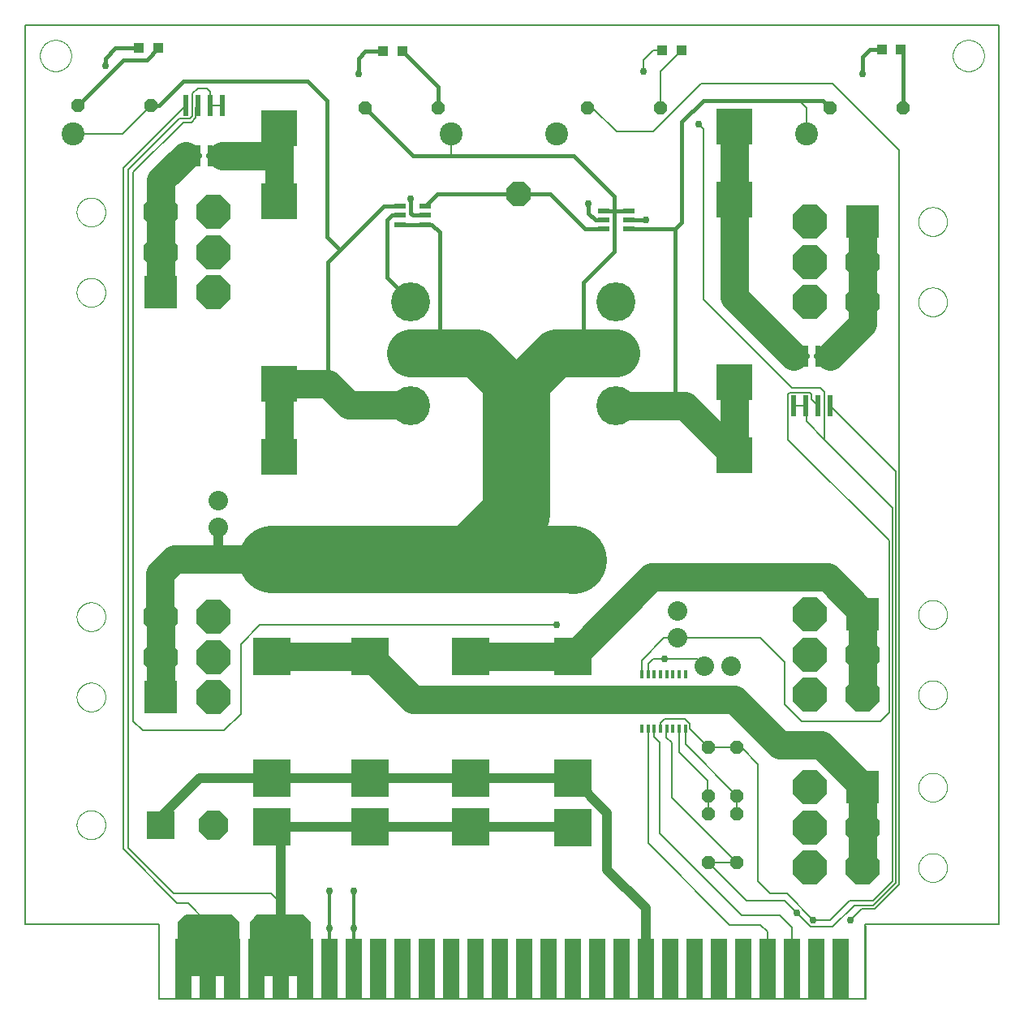
<source format=gtl>
G75*
%MOIN*%
%OFA0B0*%
%FSLAX25Y25*%
%IPPOS*%
%LPD*%
%AMOC8*
5,1,8,0,0,1.08239X$1,22.5*
%
%ADD10C,0.00600*%
%ADD11C,0.00000*%
%ADD12OC8,0.13780*%
%ADD13R,0.13780X0.13780*%
%ADD14R,0.04724X0.02165*%
%ADD15OC8,0.05200*%
%ADD16C,0.08000*%
%ADD17C,0.16000*%
%ADD18R,0.15748X0.15748*%
%ADD19R,0.15000X0.15000*%
%ADD20R,0.01378X0.03543*%
%ADD21R,0.02400X0.08700*%
%ADD22R,0.04331X0.04331*%
%ADD23R,0.06500X0.25000*%
%ADD24C,0.00500*%
%ADD25OC8,0.10000*%
%ADD26C,0.09449*%
%ADD27OC8,0.11811*%
%ADD28R,0.11811X0.11811*%
%ADD29C,0.02978*%
%ADD30C,0.01600*%
%ADD31C,0.01200*%
%ADD32C,0.04000*%
%ADD33C,0.03200*%
%ADD34C,0.11811*%
%ADD35C,0.00787*%
%ADD36C,0.27559*%
%ADD37C,0.19685*%
%ADD38C,0.00800*%
D10*
X0001350Y0035709D02*
X0056468Y0035709D01*
X0056468Y0005000D01*
X0346232Y0005000D01*
X0346232Y0035709D01*
X0401350Y0035709D01*
X0401350Y0405000D01*
X0001350Y0405000D01*
X0001350Y0035709D01*
X0041704Y0066516D02*
X0063850Y0044370D01*
X0068279Y0044370D01*
X0076153Y0036496D01*
X0076411Y0036238D01*
X0076411Y0017500D01*
X0065326Y0014843D02*
X0064342Y0015827D01*
X0064342Y0036496D01*
X0067295Y0039449D01*
X0085996Y0039449D01*
X0088948Y0036496D01*
X0088948Y0015827D01*
X0087964Y0014843D01*
X0065326Y0014843D01*
X0064994Y0015175D02*
X0088296Y0015175D01*
X0088895Y0015773D02*
X0064396Y0015773D01*
X0064342Y0016372D02*
X0088948Y0016372D01*
X0088948Y0016970D02*
X0064342Y0016970D01*
X0064342Y0017569D02*
X0088948Y0017569D01*
X0088948Y0018167D02*
X0064342Y0018167D01*
X0064342Y0018766D02*
X0088948Y0018766D01*
X0088948Y0019364D02*
X0064342Y0019364D01*
X0064342Y0019963D02*
X0088948Y0019963D01*
X0088948Y0020561D02*
X0064342Y0020561D01*
X0064342Y0021160D02*
X0088948Y0021160D01*
X0088948Y0021758D02*
X0064342Y0021758D01*
X0064342Y0022357D02*
X0088948Y0022357D01*
X0088948Y0022955D02*
X0064342Y0022955D01*
X0064342Y0023554D02*
X0088948Y0023554D01*
X0088948Y0024152D02*
X0064342Y0024152D01*
X0064342Y0024751D02*
X0088948Y0024751D01*
X0088948Y0025349D02*
X0064342Y0025349D01*
X0064342Y0025948D02*
X0088948Y0025948D01*
X0088948Y0026546D02*
X0064342Y0026546D01*
X0064342Y0027145D02*
X0088948Y0027145D01*
X0088948Y0027743D02*
X0064342Y0027743D01*
X0064342Y0028342D02*
X0088948Y0028342D01*
X0088948Y0028940D02*
X0064342Y0028940D01*
X0064342Y0029539D02*
X0088948Y0029539D01*
X0088948Y0030137D02*
X0064342Y0030137D01*
X0064342Y0030736D02*
X0088948Y0030736D01*
X0088948Y0031334D02*
X0064342Y0031334D01*
X0064342Y0031933D02*
X0088948Y0031933D01*
X0088948Y0032532D02*
X0064342Y0032532D01*
X0064342Y0033130D02*
X0088948Y0033130D01*
X0088948Y0033729D02*
X0064342Y0033729D01*
X0064342Y0034327D02*
X0088948Y0034327D01*
X0088948Y0034926D02*
X0064342Y0034926D01*
X0064342Y0035524D02*
X0088948Y0035524D01*
X0088948Y0036123D02*
X0064342Y0036123D01*
X0064567Y0036721D02*
X0088723Y0036721D01*
X0088125Y0037320D02*
X0065166Y0037320D01*
X0065764Y0037918D02*
X0087526Y0037918D01*
X0086928Y0038517D02*
X0066363Y0038517D01*
X0066961Y0039115D02*
X0086329Y0039115D01*
X0093870Y0036496D02*
X0096822Y0039449D01*
X0115523Y0039449D01*
X0118476Y0036496D01*
X0118476Y0015827D01*
X0117492Y0014843D01*
X0094854Y0014843D01*
X0093870Y0015827D01*
X0093870Y0036496D01*
X0094095Y0036721D02*
X0118251Y0036721D01*
X0118476Y0036123D02*
X0093870Y0036123D01*
X0093870Y0035524D02*
X0118476Y0035524D01*
X0118476Y0034926D02*
X0093870Y0034926D01*
X0093870Y0034327D02*
X0118476Y0034327D01*
X0118476Y0033729D02*
X0093870Y0033729D01*
X0093870Y0033130D02*
X0118476Y0033130D01*
X0118476Y0032532D02*
X0093870Y0032532D01*
X0093870Y0031933D02*
X0118476Y0031933D01*
X0118476Y0031334D02*
X0093870Y0031334D01*
X0093870Y0030736D02*
X0118476Y0030736D01*
X0118476Y0030137D02*
X0093870Y0030137D01*
X0093870Y0029539D02*
X0118476Y0029539D01*
X0118476Y0028940D02*
X0093870Y0028940D01*
X0093870Y0028342D02*
X0118476Y0028342D01*
X0118476Y0027743D02*
X0093870Y0027743D01*
X0093870Y0027145D02*
X0118476Y0027145D01*
X0118476Y0026546D02*
X0093870Y0026546D01*
X0093870Y0025948D02*
X0118476Y0025948D01*
X0118476Y0025349D02*
X0093870Y0025349D01*
X0093870Y0024751D02*
X0118476Y0024751D01*
X0118476Y0024152D02*
X0093870Y0024152D01*
X0093870Y0023554D02*
X0118476Y0023554D01*
X0118476Y0022955D02*
X0093870Y0022955D01*
X0093870Y0022357D02*
X0118476Y0022357D01*
X0118476Y0021758D02*
X0093870Y0021758D01*
X0093870Y0021160D02*
X0118476Y0021160D01*
X0118476Y0020561D02*
X0093870Y0020561D01*
X0093870Y0019963D02*
X0118476Y0019963D01*
X0118476Y0019364D02*
X0093870Y0019364D01*
X0093870Y0018766D02*
X0118476Y0018766D01*
X0118476Y0018167D02*
X0093870Y0018167D01*
X0093870Y0017569D02*
X0118476Y0017569D01*
X0118476Y0016970D02*
X0093870Y0016970D01*
X0093870Y0016372D02*
X0118476Y0016372D01*
X0118422Y0015773D02*
X0093923Y0015773D01*
X0094522Y0015175D02*
X0117824Y0015175D01*
X0106411Y0017500D02*
X0106411Y0036496D01*
X0106411Y0044370D02*
X0102474Y0048307D01*
X0062374Y0048307D01*
X0043673Y0067008D01*
X0043673Y0345551D01*
X0064707Y0366585D01*
X0069032Y0366585D01*
X0070067Y0367619D01*
X0070067Y0376851D01*
X0072232Y0379016D01*
X0076153Y0379016D01*
X0077374Y0377795D01*
X0077374Y0372042D01*
X0082374Y0372042D01*
X0072374Y0372042D02*
X0071474Y0371142D01*
X0071474Y0367037D01*
X0069615Y0365178D01*
X0066252Y0365178D01*
X0045641Y0344567D01*
X0045641Y0119173D01*
X0049578Y0115236D01*
X0083043Y0115236D01*
X0089933Y0122126D01*
X0089933Y0150669D01*
X0097807Y0158543D01*
X0219854Y0158543D01*
X0254647Y0144124D02*
X0254647Y0138514D01*
X0257206Y0138514D02*
X0257256Y0138563D01*
X0257256Y0142795D01*
X0259224Y0144764D01*
X0264145Y0144764D01*
X0277346Y0144764D01*
X0280299Y0141811D01*
X0269515Y0153217D02*
X0303515Y0153217D01*
X0313358Y0143374D01*
X0313358Y0126063D01*
X0320248Y0119173D01*
X0352728Y0119173D01*
X0356242Y0122687D01*
X0356242Y0193415D01*
X0314820Y0234837D01*
X0314820Y0253347D01*
X0315469Y0253996D01*
X0323786Y0253996D01*
X0324435Y0253347D01*
X0324435Y0251231D01*
X0327128Y0248539D01*
X0322216Y0248450D02*
X0322128Y0248539D01*
X0317128Y0248539D01*
X0322216Y0248450D02*
X0322216Y0242205D01*
X0329820Y0234600D01*
X0329820Y0254285D01*
X0328122Y0255984D01*
X0316311Y0255984D01*
X0279893Y0292402D01*
X0279893Y0362283D01*
X0277925Y0364252D01*
X0278909Y0380984D02*
X0259224Y0361299D01*
X0244224Y0361299D01*
X0234381Y0371142D01*
X0232413Y0371142D01*
X0255287Y0385906D02*
X0255287Y0390827D01*
X0259224Y0394764D01*
X0263161Y0394764D01*
X0271035Y0394764D02*
X0262413Y0386142D01*
X0262413Y0371142D01*
X0278909Y0380984D02*
X0333043Y0380984D01*
X0360463Y0353564D01*
X0360463Y0052063D01*
X0350379Y0041979D01*
X0344941Y0041979D01*
X0340443Y0037480D01*
X0341498Y0037480D01*
X0341901Y0043386D02*
X0333043Y0034528D01*
X0324185Y0034528D01*
X0318279Y0040433D01*
X0313358Y0045354D01*
X0297551Y0045354D01*
X0281960Y0060945D01*
X0293820Y0060945D01*
X0267098Y0087667D01*
X0267098Y0110252D01*
X0264850Y0112500D01*
X0264850Y0115843D01*
X0264883Y0115876D01*
X0262324Y0115876D02*
X0262324Y0118214D01*
X0264145Y0120035D01*
X0272428Y0120035D01*
X0274357Y0118106D01*
X0274357Y0115960D01*
X0281960Y0108307D01*
X0282059Y0108258D01*
X0293820Y0108258D01*
X0295730Y0108258D01*
X0302531Y0101457D01*
X0302531Y0053228D01*
X0307452Y0048307D01*
X0314342Y0048307D01*
X0325169Y0037480D01*
X0332059Y0037480D01*
X0339933Y0045354D01*
X0349775Y0045354D01*
X0357649Y0053228D01*
X0357649Y0206772D01*
X0329820Y0234600D01*
X0332128Y0248539D02*
X0359056Y0221610D01*
X0359056Y0052645D01*
X0349797Y0043386D01*
X0341901Y0043386D01*
X0316411Y0034427D02*
X0316411Y0017500D01*
X0316311Y0017600D01*
X0306468Y0017557D02*
X0306411Y0017500D01*
X0306468Y0017557D01*
X0306468Y0032559D01*
X0303515Y0035512D01*
X0290720Y0035512D01*
X0257206Y0069026D01*
X0257206Y0115876D01*
X0259765Y0115876D02*
X0259765Y0112726D01*
X0262177Y0110315D01*
X0262177Y0072913D01*
X0295641Y0039449D01*
X0311389Y0039449D01*
X0316411Y0034427D01*
X0293820Y0080945D02*
X0293820Y0088258D01*
X0272561Y0109518D01*
X0272561Y0115876D01*
X0270002Y0115876D02*
X0270002Y0106427D01*
X0281862Y0094567D01*
X0281862Y0088455D01*
X0281960Y0088307D01*
X0281960Y0080945D01*
X0254647Y0144124D02*
X0263740Y0153217D01*
X0269515Y0153217D01*
X0272309Y0248785D02*
X0268328Y0252766D01*
X0234618Y0272254D02*
X0232649Y0270285D01*
X0219391Y0270285D02*
X0219391Y0279085D01*
X0173594Y0270285D02*
X0171886Y0271993D01*
X0176350Y0351457D02*
X0176405Y0351512D01*
X0176405Y0360315D01*
X0067374Y0372042D02*
X0041704Y0346373D01*
X0041704Y0066516D01*
X0094693Y0037320D02*
X0117652Y0037320D01*
X0117054Y0037918D02*
X0095292Y0037918D01*
X0095890Y0038517D02*
X0116455Y0038517D01*
X0115857Y0039115D02*
X0096489Y0039115D01*
X0105681Y0017500D02*
X0106411Y0017500D01*
D11*
X0022504Y0076500D02*
X0022506Y0076653D01*
X0022512Y0076807D01*
X0022522Y0076960D01*
X0022536Y0077112D01*
X0022554Y0077265D01*
X0022576Y0077416D01*
X0022601Y0077567D01*
X0022631Y0077718D01*
X0022665Y0077868D01*
X0022702Y0078016D01*
X0022743Y0078164D01*
X0022788Y0078310D01*
X0022837Y0078456D01*
X0022890Y0078600D01*
X0022946Y0078742D01*
X0023006Y0078883D01*
X0023070Y0079023D01*
X0023137Y0079161D01*
X0023208Y0079297D01*
X0023283Y0079431D01*
X0023360Y0079563D01*
X0023442Y0079693D01*
X0023526Y0079821D01*
X0023614Y0079947D01*
X0023705Y0080070D01*
X0023799Y0080191D01*
X0023897Y0080309D01*
X0023997Y0080425D01*
X0024101Y0080538D01*
X0024207Y0080649D01*
X0024316Y0080757D01*
X0024428Y0080862D01*
X0024542Y0080963D01*
X0024660Y0081062D01*
X0024779Y0081158D01*
X0024901Y0081251D01*
X0025026Y0081340D01*
X0025153Y0081427D01*
X0025282Y0081509D01*
X0025413Y0081589D01*
X0025546Y0081665D01*
X0025681Y0081738D01*
X0025818Y0081807D01*
X0025957Y0081872D01*
X0026097Y0081934D01*
X0026239Y0081992D01*
X0026382Y0082047D01*
X0026527Y0082098D01*
X0026673Y0082145D01*
X0026820Y0082188D01*
X0026968Y0082227D01*
X0027117Y0082263D01*
X0027267Y0082294D01*
X0027418Y0082322D01*
X0027569Y0082346D01*
X0027722Y0082366D01*
X0027874Y0082382D01*
X0028027Y0082394D01*
X0028180Y0082402D01*
X0028333Y0082406D01*
X0028487Y0082406D01*
X0028640Y0082402D01*
X0028793Y0082394D01*
X0028946Y0082382D01*
X0029098Y0082366D01*
X0029251Y0082346D01*
X0029402Y0082322D01*
X0029553Y0082294D01*
X0029703Y0082263D01*
X0029852Y0082227D01*
X0030000Y0082188D01*
X0030147Y0082145D01*
X0030293Y0082098D01*
X0030438Y0082047D01*
X0030581Y0081992D01*
X0030723Y0081934D01*
X0030863Y0081872D01*
X0031002Y0081807D01*
X0031139Y0081738D01*
X0031274Y0081665D01*
X0031407Y0081589D01*
X0031538Y0081509D01*
X0031667Y0081427D01*
X0031794Y0081340D01*
X0031919Y0081251D01*
X0032041Y0081158D01*
X0032160Y0081062D01*
X0032278Y0080963D01*
X0032392Y0080862D01*
X0032504Y0080757D01*
X0032613Y0080649D01*
X0032719Y0080538D01*
X0032823Y0080425D01*
X0032923Y0080309D01*
X0033021Y0080191D01*
X0033115Y0080070D01*
X0033206Y0079947D01*
X0033294Y0079821D01*
X0033378Y0079693D01*
X0033460Y0079563D01*
X0033537Y0079431D01*
X0033612Y0079297D01*
X0033683Y0079161D01*
X0033750Y0079023D01*
X0033814Y0078883D01*
X0033874Y0078742D01*
X0033930Y0078600D01*
X0033983Y0078456D01*
X0034032Y0078310D01*
X0034077Y0078164D01*
X0034118Y0078016D01*
X0034155Y0077868D01*
X0034189Y0077718D01*
X0034219Y0077567D01*
X0034244Y0077416D01*
X0034266Y0077265D01*
X0034284Y0077112D01*
X0034298Y0076960D01*
X0034308Y0076807D01*
X0034314Y0076653D01*
X0034316Y0076500D01*
X0034314Y0076347D01*
X0034308Y0076193D01*
X0034298Y0076040D01*
X0034284Y0075888D01*
X0034266Y0075735D01*
X0034244Y0075584D01*
X0034219Y0075433D01*
X0034189Y0075282D01*
X0034155Y0075132D01*
X0034118Y0074984D01*
X0034077Y0074836D01*
X0034032Y0074690D01*
X0033983Y0074544D01*
X0033930Y0074400D01*
X0033874Y0074258D01*
X0033814Y0074117D01*
X0033750Y0073977D01*
X0033683Y0073839D01*
X0033612Y0073703D01*
X0033537Y0073569D01*
X0033460Y0073437D01*
X0033378Y0073307D01*
X0033294Y0073179D01*
X0033206Y0073053D01*
X0033115Y0072930D01*
X0033021Y0072809D01*
X0032923Y0072691D01*
X0032823Y0072575D01*
X0032719Y0072462D01*
X0032613Y0072351D01*
X0032504Y0072243D01*
X0032392Y0072138D01*
X0032278Y0072037D01*
X0032160Y0071938D01*
X0032041Y0071842D01*
X0031919Y0071749D01*
X0031794Y0071660D01*
X0031667Y0071573D01*
X0031538Y0071491D01*
X0031407Y0071411D01*
X0031274Y0071335D01*
X0031139Y0071262D01*
X0031002Y0071193D01*
X0030863Y0071128D01*
X0030723Y0071066D01*
X0030581Y0071008D01*
X0030438Y0070953D01*
X0030293Y0070902D01*
X0030147Y0070855D01*
X0030000Y0070812D01*
X0029852Y0070773D01*
X0029703Y0070737D01*
X0029553Y0070706D01*
X0029402Y0070678D01*
X0029251Y0070654D01*
X0029098Y0070634D01*
X0028946Y0070618D01*
X0028793Y0070606D01*
X0028640Y0070598D01*
X0028487Y0070594D01*
X0028333Y0070594D01*
X0028180Y0070598D01*
X0028027Y0070606D01*
X0027874Y0070618D01*
X0027722Y0070634D01*
X0027569Y0070654D01*
X0027418Y0070678D01*
X0027267Y0070706D01*
X0027117Y0070737D01*
X0026968Y0070773D01*
X0026820Y0070812D01*
X0026673Y0070855D01*
X0026527Y0070902D01*
X0026382Y0070953D01*
X0026239Y0071008D01*
X0026097Y0071066D01*
X0025957Y0071128D01*
X0025818Y0071193D01*
X0025681Y0071262D01*
X0025546Y0071335D01*
X0025413Y0071411D01*
X0025282Y0071491D01*
X0025153Y0071573D01*
X0025026Y0071660D01*
X0024901Y0071749D01*
X0024779Y0071842D01*
X0024660Y0071938D01*
X0024542Y0072037D01*
X0024428Y0072138D01*
X0024316Y0072243D01*
X0024207Y0072351D01*
X0024101Y0072462D01*
X0023997Y0072575D01*
X0023897Y0072691D01*
X0023799Y0072809D01*
X0023705Y0072930D01*
X0023614Y0073053D01*
X0023526Y0073179D01*
X0023442Y0073307D01*
X0023360Y0073437D01*
X0023283Y0073569D01*
X0023208Y0073703D01*
X0023137Y0073839D01*
X0023070Y0073977D01*
X0023006Y0074117D01*
X0022946Y0074258D01*
X0022890Y0074400D01*
X0022837Y0074544D01*
X0022788Y0074690D01*
X0022743Y0074836D01*
X0022702Y0074984D01*
X0022665Y0075132D01*
X0022631Y0075282D01*
X0022601Y0075433D01*
X0022576Y0075584D01*
X0022554Y0075735D01*
X0022536Y0075888D01*
X0022522Y0076040D01*
X0022512Y0076193D01*
X0022506Y0076347D01*
X0022504Y0076500D01*
X0022504Y0129002D02*
X0022506Y0129155D01*
X0022512Y0129309D01*
X0022522Y0129462D01*
X0022536Y0129614D01*
X0022554Y0129767D01*
X0022576Y0129918D01*
X0022601Y0130069D01*
X0022631Y0130220D01*
X0022665Y0130370D01*
X0022702Y0130518D01*
X0022743Y0130666D01*
X0022788Y0130812D01*
X0022837Y0130958D01*
X0022890Y0131102D01*
X0022946Y0131244D01*
X0023006Y0131385D01*
X0023070Y0131525D01*
X0023137Y0131663D01*
X0023208Y0131799D01*
X0023283Y0131933D01*
X0023360Y0132065D01*
X0023442Y0132195D01*
X0023526Y0132323D01*
X0023614Y0132449D01*
X0023705Y0132572D01*
X0023799Y0132693D01*
X0023897Y0132811D01*
X0023997Y0132927D01*
X0024101Y0133040D01*
X0024207Y0133151D01*
X0024316Y0133259D01*
X0024428Y0133364D01*
X0024542Y0133465D01*
X0024660Y0133564D01*
X0024779Y0133660D01*
X0024901Y0133753D01*
X0025026Y0133842D01*
X0025153Y0133929D01*
X0025282Y0134011D01*
X0025413Y0134091D01*
X0025546Y0134167D01*
X0025681Y0134240D01*
X0025818Y0134309D01*
X0025957Y0134374D01*
X0026097Y0134436D01*
X0026239Y0134494D01*
X0026382Y0134549D01*
X0026527Y0134600D01*
X0026673Y0134647D01*
X0026820Y0134690D01*
X0026968Y0134729D01*
X0027117Y0134765D01*
X0027267Y0134796D01*
X0027418Y0134824D01*
X0027569Y0134848D01*
X0027722Y0134868D01*
X0027874Y0134884D01*
X0028027Y0134896D01*
X0028180Y0134904D01*
X0028333Y0134908D01*
X0028487Y0134908D01*
X0028640Y0134904D01*
X0028793Y0134896D01*
X0028946Y0134884D01*
X0029098Y0134868D01*
X0029251Y0134848D01*
X0029402Y0134824D01*
X0029553Y0134796D01*
X0029703Y0134765D01*
X0029852Y0134729D01*
X0030000Y0134690D01*
X0030147Y0134647D01*
X0030293Y0134600D01*
X0030438Y0134549D01*
X0030581Y0134494D01*
X0030723Y0134436D01*
X0030863Y0134374D01*
X0031002Y0134309D01*
X0031139Y0134240D01*
X0031274Y0134167D01*
X0031407Y0134091D01*
X0031538Y0134011D01*
X0031667Y0133929D01*
X0031794Y0133842D01*
X0031919Y0133753D01*
X0032041Y0133660D01*
X0032160Y0133564D01*
X0032278Y0133465D01*
X0032392Y0133364D01*
X0032504Y0133259D01*
X0032613Y0133151D01*
X0032719Y0133040D01*
X0032823Y0132927D01*
X0032923Y0132811D01*
X0033021Y0132693D01*
X0033115Y0132572D01*
X0033206Y0132449D01*
X0033294Y0132323D01*
X0033378Y0132195D01*
X0033460Y0132065D01*
X0033537Y0131933D01*
X0033612Y0131799D01*
X0033683Y0131663D01*
X0033750Y0131525D01*
X0033814Y0131385D01*
X0033874Y0131244D01*
X0033930Y0131102D01*
X0033983Y0130958D01*
X0034032Y0130812D01*
X0034077Y0130666D01*
X0034118Y0130518D01*
X0034155Y0130370D01*
X0034189Y0130220D01*
X0034219Y0130069D01*
X0034244Y0129918D01*
X0034266Y0129767D01*
X0034284Y0129614D01*
X0034298Y0129462D01*
X0034308Y0129309D01*
X0034314Y0129155D01*
X0034316Y0129002D01*
X0034314Y0128849D01*
X0034308Y0128695D01*
X0034298Y0128542D01*
X0034284Y0128390D01*
X0034266Y0128237D01*
X0034244Y0128086D01*
X0034219Y0127935D01*
X0034189Y0127784D01*
X0034155Y0127634D01*
X0034118Y0127486D01*
X0034077Y0127338D01*
X0034032Y0127192D01*
X0033983Y0127046D01*
X0033930Y0126902D01*
X0033874Y0126760D01*
X0033814Y0126619D01*
X0033750Y0126479D01*
X0033683Y0126341D01*
X0033612Y0126205D01*
X0033537Y0126071D01*
X0033460Y0125939D01*
X0033378Y0125809D01*
X0033294Y0125681D01*
X0033206Y0125555D01*
X0033115Y0125432D01*
X0033021Y0125311D01*
X0032923Y0125193D01*
X0032823Y0125077D01*
X0032719Y0124964D01*
X0032613Y0124853D01*
X0032504Y0124745D01*
X0032392Y0124640D01*
X0032278Y0124539D01*
X0032160Y0124440D01*
X0032041Y0124344D01*
X0031919Y0124251D01*
X0031794Y0124162D01*
X0031667Y0124075D01*
X0031538Y0123993D01*
X0031407Y0123913D01*
X0031274Y0123837D01*
X0031139Y0123764D01*
X0031002Y0123695D01*
X0030863Y0123630D01*
X0030723Y0123568D01*
X0030581Y0123510D01*
X0030438Y0123455D01*
X0030293Y0123404D01*
X0030147Y0123357D01*
X0030000Y0123314D01*
X0029852Y0123275D01*
X0029703Y0123239D01*
X0029553Y0123208D01*
X0029402Y0123180D01*
X0029251Y0123156D01*
X0029098Y0123136D01*
X0028946Y0123120D01*
X0028793Y0123108D01*
X0028640Y0123100D01*
X0028487Y0123096D01*
X0028333Y0123096D01*
X0028180Y0123100D01*
X0028027Y0123108D01*
X0027874Y0123120D01*
X0027722Y0123136D01*
X0027569Y0123156D01*
X0027418Y0123180D01*
X0027267Y0123208D01*
X0027117Y0123239D01*
X0026968Y0123275D01*
X0026820Y0123314D01*
X0026673Y0123357D01*
X0026527Y0123404D01*
X0026382Y0123455D01*
X0026239Y0123510D01*
X0026097Y0123568D01*
X0025957Y0123630D01*
X0025818Y0123695D01*
X0025681Y0123764D01*
X0025546Y0123837D01*
X0025413Y0123913D01*
X0025282Y0123993D01*
X0025153Y0124075D01*
X0025026Y0124162D01*
X0024901Y0124251D01*
X0024779Y0124344D01*
X0024660Y0124440D01*
X0024542Y0124539D01*
X0024428Y0124640D01*
X0024316Y0124745D01*
X0024207Y0124853D01*
X0024101Y0124964D01*
X0023997Y0125077D01*
X0023897Y0125193D01*
X0023799Y0125311D01*
X0023705Y0125432D01*
X0023614Y0125555D01*
X0023526Y0125681D01*
X0023442Y0125809D01*
X0023360Y0125939D01*
X0023283Y0126071D01*
X0023208Y0126205D01*
X0023137Y0126341D01*
X0023070Y0126479D01*
X0023006Y0126619D01*
X0022946Y0126760D01*
X0022890Y0126902D01*
X0022837Y0127046D01*
X0022788Y0127192D01*
X0022743Y0127338D01*
X0022702Y0127486D01*
X0022665Y0127634D01*
X0022631Y0127784D01*
X0022601Y0127935D01*
X0022576Y0128086D01*
X0022554Y0128237D01*
X0022536Y0128390D01*
X0022522Y0128542D01*
X0022512Y0128695D01*
X0022506Y0128849D01*
X0022504Y0129002D01*
X0022504Y0162002D02*
X0022506Y0162155D01*
X0022512Y0162309D01*
X0022522Y0162462D01*
X0022536Y0162614D01*
X0022554Y0162767D01*
X0022576Y0162918D01*
X0022601Y0163069D01*
X0022631Y0163220D01*
X0022665Y0163370D01*
X0022702Y0163518D01*
X0022743Y0163666D01*
X0022788Y0163812D01*
X0022837Y0163958D01*
X0022890Y0164102D01*
X0022946Y0164244D01*
X0023006Y0164385D01*
X0023070Y0164525D01*
X0023137Y0164663D01*
X0023208Y0164799D01*
X0023283Y0164933D01*
X0023360Y0165065D01*
X0023442Y0165195D01*
X0023526Y0165323D01*
X0023614Y0165449D01*
X0023705Y0165572D01*
X0023799Y0165693D01*
X0023897Y0165811D01*
X0023997Y0165927D01*
X0024101Y0166040D01*
X0024207Y0166151D01*
X0024316Y0166259D01*
X0024428Y0166364D01*
X0024542Y0166465D01*
X0024660Y0166564D01*
X0024779Y0166660D01*
X0024901Y0166753D01*
X0025026Y0166842D01*
X0025153Y0166929D01*
X0025282Y0167011D01*
X0025413Y0167091D01*
X0025546Y0167167D01*
X0025681Y0167240D01*
X0025818Y0167309D01*
X0025957Y0167374D01*
X0026097Y0167436D01*
X0026239Y0167494D01*
X0026382Y0167549D01*
X0026527Y0167600D01*
X0026673Y0167647D01*
X0026820Y0167690D01*
X0026968Y0167729D01*
X0027117Y0167765D01*
X0027267Y0167796D01*
X0027418Y0167824D01*
X0027569Y0167848D01*
X0027722Y0167868D01*
X0027874Y0167884D01*
X0028027Y0167896D01*
X0028180Y0167904D01*
X0028333Y0167908D01*
X0028487Y0167908D01*
X0028640Y0167904D01*
X0028793Y0167896D01*
X0028946Y0167884D01*
X0029098Y0167868D01*
X0029251Y0167848D01*
X0029402Y0167824D01*
X0029553Y0167796D01*
X0029703Y0167765D01*
X0029852Y0167729D01*
X0030000Y0167690D01*
X0030147Y0167647D01*
X0030293Y0167600D01*
X0030438Y0167549D01*
X0030581Y0167494D01*
X0030723Y0167436D01*
X0030863Y0167374D01*
X0031002Y0167309D01*
X0031139Y0167240D01*
X0031274Y0167167D01*
X0031407Y0167091D01*
X0031538Y0167011D01*
X0031667Y0166929D01*
X0031794Y0166842D01*
X0031919Y0166753D01*
X0032041Y0166660D01*
X0032160Y0166564D01*
X0032278Y0166465D01*
X0032392Y0166364D01*
X0032504Y0166259D01*
X0032613Y0166151D01*
X0032719Y0166040D01*
X0032823Y0165927D01*
X0032923Y0165811D01*
X0033021Y0165693D01*
X0033115Y0165572D01*
X0033206Y0165449D01*
X0033294Y0165323D01*
X0033378Y0165195D01*
X0033460Y0165065D01*
X0033537Y0164933D01*
X0033612Y0164799D01*
X0033683Y0164663D01*
X0033750Y0164525D01*
X0033814Y0164385D01*
X0033874Y0164244D01*
X0033930Y0164102D01*
X0033983Y0163958D01*
X0034032Y0163812D01*
X0034077Y0163666D01*
X0034118Y0163518D01*
X0034155Y0163370D01*
X0034189Y0163220D01*
X0034219Y0163069D01*
X0034244Y0162918D01*
X0034266Y0162767D01*
X0034284Y0162614D01*
X0034298Y0162462D01*
X0034308Y0162309D01*
X0034314Y0162155D01*
X0034316Y0162002D01*
X0034314Y0161849D01*
X0034308Y0161695D01*
X0034298Y0161542D01*
X0034284Y0161390D01*
X0034266Y0161237D01*
X0034244Y0161086D01*
X0034219Y0160935D01*
X0034189Y0160784D01*
X0034155Y0160634D01*
X0034118Y0160486D01*
X0034077Y0160338D01*
X0034032Y0160192D01*
X0033983Y0160046D01*
X0033930Y0159902D01*
X0033874Y0159760D01*
X0033814Y0159619D01*
X0033750Y0159479D01*
X0033683Y0159341D01*
X0033612Y0159205D01*
X0033537Y0159071D01*
X0033460Y0158939D01*
X0033378Y0158809D01*
X0033294Y0158681D01*
X0033206Y0158555D01*
X0033115Y0158432D01*
X0033021Y0158311D01*
X0032923Y0158193D01*
X0032823Y0158077D01*
X0032719Y0157964D01*
X0032613Y0157853D01*
X0032504Y0157745D01*
X0032392Y0157640D01*
X0032278Y0157539D01*
X0032160Y0157440D01*
X0032041Y0157344D01*
X0031919Y0157251D01*
X0031794Y0157162D01*
X0031667Y0157075D01*
X0031538Y0156993D01*
X0031407Y0156913D01*
X0031274Y0156837D01*
X0031139Y0156764D01*
X0031002Y0156695D01*
X0030863Y0156630D01*
X0030723Y0156568D01*
X0030581Y0156510D01*
X0030438Y0156455D01*
X0030293Y0156404D01*
X0030147Y0156357D01*
X0030000Y0156314D01*
X0029852Y0156275D01*
X0029703Y0156239D01*
X0029553Y0156208D01*
X0029402Y0156180D01*
X0029251Y0156156D01*
X0029098Y0156136D01*
X0028946Y0156120D01*
X0028793Y0156108D01*
X0028640Y0156100D01*
X0028487Y0156096D01*
X0028333Y0156096D01*
X0028180Y0156100D01*
X0028027Y0156108D01*
X0027874Y0156120D01*
X0027722Y0156136D01*
X0027569Y0156156D01*
X0027418Y0156180D01*
X0027267Y0156208D01*
X0027117Y0156239D01*
X0026968Y0156275D01*
X0026820Y0156314D01*
X0026673Y0156357D01*
X0026527Y0156404D01*
X0026382Y0156455D01*
X0026239Y0156510D01*
X0026097Y0156568D01*
X0025957Y0156630D01*
X0025818Y0156695D01*
X0025681Y0156764D01*
X0025546Y0156837D01*
X0025413Y0156913D01*
X0025282Y0156993D01*
X0025153Y0157075D01*
X0025026Y0157162D01*
X0024901Y0157251D01*
X0024779Y0157344D01*
X0024660Y0157440D01*
X0024542Y0157539D01*
X0024428Y0157640D01*
X0024316Y0157745D01*
X0024207Y0157853D01*
X0024101Y0157964D01*
X0023997Y0158077D01*
X0023897Y0158193D01*
X0023799Y0158311D01*
X0023705Y0158432D01*
X0023614Y0158555D01*
X0023526Y0158681D01*
X0023442Y0158809D01*
X0023360Y0158939D01*
X0023283Y0159071D01*
X0023208Y0159205D01*
X0023137Y0159341D01*
X0023070Y0159479D01*
X0023006Y0159619D01*
X0022946Y0159760D01*
X0022890Y0159902D01*
X0022837Y0160046D01*
X0022788Y0160192D01*
X0022743Y0160338D01*
X0022702Y0160486D01*
X0022665Y0160634D01*
X0022631Y0160784D01*
X0022601Y0160935D01*
X0022576Y0161086D01*
X0022554Y0161237D01*
X0022536Y0161390D01*
X0022522Y0161542D01*
X0022512Y0161695D01*
X0022506Y0161849D01*
X0022504Y0162002D01*
X0022511Y0295242D02*
X0022513Y0295395D01*
X0022519Y0295549D01*
X0022529Y0295702D01*
X0022543Y0295854D01*
X0022561Y0296007D01*
X0022583Y0296158D01*
X0022608Y0296309D01*
X0022638Y0296460D01*
X0022672Y0296610D01*
X0022709Y0296758D01*
X0022750Y0296906D01*
X0022795Y0297052D01*
X0022844Y0297198D01*
X0022897Y0297342D01*
X0022953Y0297484D01*
X0023013Y0297625D01*
X0023077Y0297765D01*
X0023144Y0297903D01*
X0023215Y0298039D01*
X0023290Y0298173D01*
X0023367Y0298305D01*
X0023449Y0298435D01*
X0023533Y0298563D01*
X0023621Y0298689D01*
X0023712Y0298812D01*
X0023806Y0298933D01*
X0023904Y0299051D01*
X0024004Y0299167D01*
X0024108Y0299280D01*
X0024214Y0299391D01*
X0024323Y0299499D01*
X0024435Y0299604D01*
X0024549Y0299705D01*
X0024667Y0299804D01*
X0024786Y0299900D01*
X0024908Y0299993D01*
X0025033Y0300082D01*
X0025160Y0300169D01*
X0025289Y0300251D01*
X0025420Y0300331D01*
X0025553Y0300407D01*
X0025688Y0300480D01*
X0025825Y0300549D01*
X0025964Y0300614D01*
X0026104Y0300676D01*
X0026246Y0300734D01*
X0026389Y0300789D01*
X0026534Y0300840D01*
X0026680Y0300887D01*
X0026827Y0300930D01*
X0026975Y0300969D01*
X0027124Y0301005D01*
X0027274Y0301036D01*
X0027425Y0301064D01*
X0027576Y0301088D01*
X0027729Y0301108D01*
X0027881Y0301124D01*
X0028034Y0301136D01*
X0028187Y0301144D01*
X0028340Y0301148D01*
X0028494Y0301148D01*
X0028647Y0301144D01*
X0028800Y0301136D01*
X0028953Y0301124D01*
X0029105Y0301108D01*
X0029258Y0301088D01*
X0029409Y0301064D01*
X0029560Y0301036D01*
X0029710Y0301005D01*
X0029859Y0300969D01*
X0030007Y0300930D01*
X0030154Y0300887D01*
X0030300Y0300840D01*
X0030445Y0300789D01*
X0030588Y0300734D01*
X0030730Y0300676D01*
X0030870Y0300614D01*
X0031009Y0300549D01*
X0031146Y0300480D01*
X0031281Y0300407D01*
X0031414Y0300331D01*
X0031545Y0300251D01*
X0031674Y0300169D01*
X0031801Y0300082D01*
X0031926Y0299993D01*
X0032048Y0299900D01*
X0032167Y0299804D01*
X0032285Y0299705D01*
X0032399Y0299604D01*
X0032511Y0299499D01*
X0032620Y0299391D01*
X0032726Y0299280D01*
X0032830Y0299167D01*
X0032930Y0299051D01*
X0033028Y0298933D01*
X0033122Y0298812D01*
X0033213Y0298689D01*
X0033301Y0298563D01*
X0033385Y0298435D01*
X0033467Y0298305D01*
X0033544Y0298173D01*
X0033619Y0298039D01*
X0033690Y0297903D01*
X0033757Y0297765D01*
X0033821Y0297625D01*
X0033881Y0297484D01*
X0033937Y0297342D01*
X0033990Y0297198D01*
X0034039Y0297052D01*
X0034084Y0296906D01*
X0034125Y0296758D01*
X0034162Y0296610D01*
X0034196Y0296460D01*
X0034226Y0296309D01*
X0034251Y0296158D01*
X0034273Y0296007D01*
X0034291Y0295854D01*
X0034305Y0295702D01*
X0034315Y0295549D01*
X0034321Y0295395D01*
X0034323Y0295242D01*
X0034321Y0295089D01*
X0034315Y0294935D01*
X0034305Y0294782D01*
X0034291Y0294630D01*
X0034273Y0294477D01*
X0034251Y0294326D01*
X0034226Y0294175D01*
X0034196Y0294024D01*
X0034162Y0293874D01*
X0034125Y0293726D01*
X0034084Y0293578D01*
X0034039Y0293432D01*
X0033990Y0293286D01*
X0033937Y0293142D01*
X0033881Y0293000D01*
X0033821Y0292859D01*
X0033757Y0292719D01*
X0033690Y0292581D01*
X0033619Y0292445D01*
X0033544Y0292311D01*
X0033467Y0292179D01*
X0033385Y0292049D01*
X0033301Y0291921D01*
X0033213Y0291795D01*
X0033122Y0291672D01*
X0033028Y0291551D01*
X0032930Y0291433D01*
X0032830Y0291317D01*
X0032726Y0291204D01*
X0032620Y0291093D01*
X0032511Y0290985D01*
X0032399Y0290880D01*
X0032285Y0290779D01*
X0032167Y0290680D01*
X0032048Y0290584D01*
X0031926Y0290491D01*
X0031801Y0290402D01*
X0031674Y0290315D01*
X0031545Y0290233D01*
X0031414Y0290153D01*
X0031281Y0290077D01*
X0031146Y0290004D01*
X0031009Y0289935D01*
X0030870Y0289870D01*
X0030730Y0289808D01*
X0030588Y0289750D01*
X0030445Y0289695D01*
X0030300Y0289644D01*
X0030154Y0289597D01*
X0030007Y0289554D01*
X0029859Y0289515D01*
X0029710Y0289479D01*
X0029560Y0289448D01*
X0029409Y0289420D01*
X0029258Y0289396D01*
X0029105Y0289376D01*
X0028953Y0289360D01*
X0028800Y0289348D01*
X0028647Y0289340D01*
X0028494Y0289336D01*
X0028340Y0289336D01*
X0028187Y0289340D01*
X0028034Y0289348D01*
X0027881Y0289360D01*
X0027729Y0289376D01*
X0027576Y0289396D01*
X0027425Y0289420D01*
X0027274Y0289448D01*
X0027124Y0289479D01*
X0026975Y0289515D01*
X0026827Y0289554D01*
X0026680Y0289597D01*
X0026534Y0289644D01*
X0026389Y0289695D01*
X0026246Y0289750D01*
X0026104Y0289808D01*
X0025964Y0289870D01*
X0025825Y0289935D01*
X0025688Y0290004D01*
X0025553Y0290077D01*
X0025420Y0290153D01*
X0025289Y0290233D01*
X0025160Y0290315D01*
X0025033Y0290402D01*
X0024908Y0290491D01*
X0024786Y0290584D01*
X0024667Y0290680D01*
X0024549Y0290779D01*
X0024435Y0290880D01*
X0024323Y0290985D01*
X0024214Y0291093D01*
X0024108Y0291204D01*
X0024004Y0291317D01*
X0023904Y0291433D01*
X0023806Y0291551D01*
X0023712Y0291672D01*
X0023621Y0291795D01*
X0023533Y0291921D01*
X0023449Y0292049D01*
X0023367Y0292179D01*
X0023290Y0292311D01*
X0023215Y0292445D01*
X0023144Y0292581D01*
X0023077Y0292719D01*
X0023013Y0292859D01*
X0022953Y0293000D01*
X0022897Y0293142D01*
X0022844Y0293286D01*
X0022795Y0293432D01*
X0022750Y0293578D01*
X0022709Y0293726D01*
X0022672Y0293874D01*
X0022638Y0294024D01*
X0022608Y0294175D01*
X0022583Y0294326D01*
X0022561Y0294477D01*
X0022543Y0294630D01*
X0022529Y0294782D01*
X0022519Y0294935D01*
X0022513Y0295089D01*
X0022511Y0295242D01*
X0022511Y0328242D02*
X0022513Y0328395D01*
X0022519Y0328549D01*
X0022529Y0328702D01*
X0022543Y0328854D01*
X0022561Y0329007D01*
X0022583Y0329158D01*
X0022608Y0329309D01*
X0022638Y0329460D01*
X0022672Y0329610D01*
X0022709Y0329758D01*
X0022750Y0329906D01*
X0022795Y0330052D01*
X0022844Y0330198D01*
X0022897Y0330342D01*
X0022953Y0330484D01*
X0023013Y0330625D01*
X0023077Y0330765D01*
X0023144Y0330903D01*
X0023215Y0331039D01*
X0023290Y0331173D01*
X0023367Y0331305D01*
X0023449Y0331435D01*
X0023533Y0331563D01*
X0023621Y0331689D01*
X0023712Y0331812D01*
X0023806Y0331933D01*
X0023904Y0332051D01*
X0024004Y0332167D01*
X0024108Y0332280D01*
X0024214Y0332391D01*
X0024323Y0332499D01*
X0024435Y0332604D01*
X0024549Y0332705D01*
X0024667Y0332804D01*
X0024786Y0332900D01*
X0024908Y0332993D01*
X0025033Y0333082D01*
X0025160Y0333169D01*
X0025289Y0333251D01*
X0025420Y0333331D01*
X0025553Y0333407D01*
X0025688Y0333480D01*
X0025825Y0333549D01*
X0025964Y0333614D01*
X0026104Y0333676D01*
X0026246Y0333734D01*
X0026389Y0333789D01*
X0026534Y0333840D01*
X0026680Y0333887D01*
X0026827Y0333930D01*
X0026975Y0333969D01*
X0027124Y0334005D01*
X0027274Y0334036D01*
X0027425Y0334064D01*
X0027576Y0334088D01*
X0027729Y0334108D01*
X0027881Y0334124D01*
X0028034Y0334136D01*
X0028187Y0334144D01*
X0028340Y0334148D01*
X0028494Y0334148D01*
X0028647Y0334144D01*
X0028800Y0334136D01*
X0028953Y0334124D01*
X0029105Y0334108D01*
X0029258Y0334088D01*
X0029409Y0334064D01*
X0029560Y0334036D01*
X0029710Y0334005D01*
X0029859Y0333969D01*
X0030007Y0333930D01*
X0030154Y0333887D01*
X0030300Y0333840D01*
X0030445Y0333789D01*
X0030588Y0333734D01*
X0030730Y0333676D01*
X0030870Y0333614D01*
X0031009Y0333549D01*
X0031146Y0333480D01*
X0031281Y0333407D01*
X0031414Y0333331D01*
X0031545Y0333251D01*
X0031674Y0333169D01*
X0031801Y0333082D01*
X0031926Y0332993D01*
X0032048Y0332900D01*
X0032167Y0332804D01*
X0032285Y0332705D01*
X0032399Y0332604D01*
X0032511Y0332499D01*
X0032620Y0332391D01*
X0032726Y0332280D01*
X0032830Y0332167D01*
X0032930Y0332051D01*
X0033028Y0331933D01*
X0033122Y0331812D01*
X0033213Y0331689D01*
X0033301Y0331563D01*
X0033385Y0331435D01*
X0033467Y0331305D01*
X0033544Y0331173D01*
X0033619Y0331039D01*
X0033690Y0330903D01*
X0033757Y0330765D01*
X0033821Y0330625D01*
X0033881Y0330484D01*
X0033937Y0330342D01*
X0033990Y0330198D01*
X0034039Y0330052D01*
X0034084Y0329906D01*
X0034125Y0329758D01*
X0034162Y0329610D01*
X0034196Y0329460D01*
X0034226Y0329309D01*
X0034251Y0329158D01*
X0034273Y0329007D01*
X0034291Y0328854D01*
X0034305Y0328702D01*
X0034315Y0328549D01*
X0034321Y0328395D01*
X0034323Y0328242D01*
X0034321Y0328089D01*
X0034315Y0327935D01*
X0034305Y0327782D01*
X0034291Y0327630D01*
X0034273Y0327477D01*
X0034251Y0327326D01*
X0034226Y0327175D01*
X0034196Y0327024D01*
X0034162Y0326874D01*
X0034125Y0326726D01*
X0034084Y0326578D01*
X0034039Y0326432D01*
X0033990Y0326286D01*
X0033937Y0326142D01*
X0033881Y0326000D01*
X0033821Y0325859D01*
X0033757Y0325719D01*
X0033690Y0325581D01*
X0033619Y0325445D01*
X0033544Y0325311D01*
X0033467Y0325179D01*
X0033385Y0325049D01*
X0033301Y0324921D01*
X0033213Y0324795D01*
X0033122Y0324672D01*
X0033028Y0324551D01*
X0032930Y0324433D01*
X0032830Y0324317D01*
X0032726Y0324204D01*
X0032620Y0324093D01*
X0032511Y0323985D01*
X0032399Y0323880D01*
X0032285Y0323779D01*
X0032167Y0323680D01*
X0032048Y0323584D01*
X0031926Y0323491D01*
X0031801Y0323402D01*
X0031674Y0323315D01*
X0031545Y0323233D01*
X0031414Y0323153D01*
X0031281Y0323077D01*
X0031146Y0323004D01*
X0031009Y0322935D01*
X0030870Y0322870D01*
X0030730Y0322808D01*
X0030588Y0322750D01*
X0030445Y0322695D01*
X0030300Y0322644D01*
X0030154Y0322597D01*
X0030007Y0322554D01*
X0029859Y0322515D01*
X0029710Y0322479D01*
X0029560Y0322448D01*
X0029409Y0322420D01*
X0029258Y0322396D01*
X0029105Y0322376D01*
X0028953Y0322360D01*
X0028800Y0322348D01*
X0028647Y0322340D01*
X0028494Y0322336D01*
X0028340Y0322336D01*
X0028187Y0322340D01*
X0028034Y0322348D01*
X0027881Y0322360D01*
X0027729Y0322376D01*
X0027576Y0322396D01*
X0027425Y0322420D01*
X0027274Y0322448D01*
X0027124Y0322479D01*
X0026975Y0322515D01*
X0026827Y0322554D01*
X0026680Y0322597D01*
X0026534Y0322644D01*
X0026389Y0322695D01*
X0026246Y0322750D01*
X0026104Y0322808D01*
X0025964Y0322870D01*
X0025825Y0322935D01*
X0025688Y0323004D01*
X0025553Y0323077D01*
X0025420Y0323153D01*
X0025289Y0323233D01*
X0025160Y0323315D01*
X0025033Y0323402D01*
X0024908Y0323491D01*
X0024786Y0323584D01*
X0024667Y0323680D01*
X0024549Y0323779D01*
X0024435Y0323880D01*
X0024323Y0323985D01*
X0024214Y0324093D01*
X0024108Y0324204D01*
X0024004Y0324317D01*
X0023904Y0324433D01*
X0023806Y0324551D01*
X0023712Y0324672D01*
X0023621Y0324795D01*
X0023533Y0324921D01*
X0023449Y0325049D01*
X0023367Y0325179D01*
X0023290Y0325311D01*
X0023215Y0325445D01*
X0023144Y0325581D01*
X0023077Y0325719D01*
X0023013Y0325859D01*
X0022953Y0326000D01*
X0022897Y0326142D01*
X0022844Y0326286D01*
X0022795Y0326432D01*
X0022750Y0326578D01*
X0022709Y0326726D01*
X0022672Y0326874D01*
X0022638Y0327024D01*
X0022608Y0327175D01*
X0022583Y0327326D01*
X0022561Y0327477D01*
X0022543Y0327630D01*
X0022529Y0327782D01*
X0022519Y0327935D01*
X0022513Y0328089D01*
X0022511Y0328242D01*
X0007425Y0392500D02*
X0007427Y0392660D01*
X0007433Y0392820D01*
X0007443Y0392980D01*
X0007457Y0393140D01*
X0007475Y0393299D01*
X0007497Y0393458D01*
X0007523Y0393616D01*
X0007552Y0393773D01*
X0007586Y0393930D01*
X0007624Y0394085D01*
X0007665Y0394240D01*
X0007710Y0394394D01*
X0007760Y0394546D01*
X0007812Y0394697D01*
X0007869Y0394847D01*
X0007930Y0394996D01*
X0007994Y0395143D01*
X0008061Y0395288D01*
X0008133Y0395431D01*
X0008207Y0395573D01*
X0008286Y0395713D01*
X0008368Y0395850D01*
X0008453Y0395986D01*
X0008541Y0396119D01*
X0008633Y0396251D01*
X0008728Y0396379D01*
X0008827Y0396506D01*
X0008928Y0396630D01*
X0009033Y0396751D01*
X0009140Y0396870D01*
X0009251Y0396986D01*
X0009364Y0397099D01*
X0009480Y0397210D01*
X0009599Y0397317D01*
X0009720Y0397422D01*
X0009844Y0397523D01*
X0009971Y0397622D01*
X0010099Y0397717D01*
X0010231Y0397809D01*
X0010364Y0397897D01*
X0010500Y0397982D01*
X0010638Y0398064D01*
X0010777Y0398143D01*
X0010919Y0398217D01*
X0011062Y0398289D01*
X0011207Y0398356D01*
X0011354Y0398420D01*
X0011503Y0398481D01*
X0011653Y0398538D01*
X0011804Y0398590D01*
X0011956Y0398640D01*
X0012110Y0398685D01*
X0012265Y0398726D01*
X0012420Y0398764D01*
X0012577Y0398798D01*
X0012734Y0398827D01*
X0012892Y0398853D01*
X0013051Y0398875D01*
X0013210Y0398893D01*
X0013370Y0398907D01*
X0013530Y0398917D01*
X0013690Y0398923D01*
X0013850Y0398925D01*
X0014010Y0398923D01*
X0014170Y0398917D01*
X0014330Y0398907D01*
X0014490Y0398893D01*
X0014649Y0398875D01*
X0014808Y0398853D01*
X0014966Y0398827D01*
X0015123Y0398798D01*
X0015280Y0398764D01*
X0015435Y0398726D01*
X0015590Y0398685D01*
X0015744Y0398640D01*
X0015896Y0398590D01*
X0016047Y0398538D01*
X0016197Y0398481D01*
X0016346Y0398420D01*
X0016493Y0398356D01*
X0016638Y0398289D01*
X0016781Y0398217D01*
X0016923Y0398143D01*
X0017063Y0398064D01*
X0017200Y0397982D01*
X0017336Y0397897D01*
X0017469Y0397809D01*
X0017601Y0397717D01*
X0017729Y0397622D01*
X0017856Y0397523D01*
X0017980Y0397422D01*
X0018101Y0397317D01*
X0018220Y0397210D01*
X0018336Y0397099D01*
X0018449Y0396986D01*
X0018560Y0396870D01*
X0018667Y0396751D01*
X0018772Y0396630D01*
X0018873Y0396506D01*
X0018972Y0396379D01*
X0019067Y0396251D01*
X0019159Y0396119D01*
X0019247Y0395986D01*
X0019332Y0395850D01*
X0019414Y0395712D01*
X0019493Y0395573D01*
X0019567Y0395431D01*
X0019639Y0395288D01*
X0019706Y0395143D01*
X0019770Y0394996D01*
X0019831Y0394847D01*
X0019888Y0394697D01*
X0019940Y0394546D01*
X0019990Y0394394D01*
X0020035Y0394240D01*
X0020076Y0394085D01*
X0020114Y0393930D01*
X0020148Y0393773D01*
X0020177Y0393616D01*
X0020203Y0393458D01*
X0020225Y0393299D01*
X0020243Y0393140D01*
X0020257Y0392980D01*
X0020267Y0392820D01*
X0020273Y0392660D01*
X0020275Y0392500D01*
X0020273Y0392340D01*
X0020267Y0392180D01*
X0020257Y0392020D01*
X0020243Y0391860D01*
X0020225Y0391701D01*
X0020203Y0391542D01*
X0020177Y0391384D01*
X0020148Y0391227D01*
X0020114Y0391070D01*
X0020076Y0390915D01*
X0020035Y0390760D01*
X0019990Y0390606D01*
X0019940Y0390454D01*
X0019888Y0390303D01*
X0019831Y0390153D01*
X0019770Y0390004D01*
X0019706Y0389857D01*
X0019639Y0389712D01*
X0019567Y0389569D01*
X0019493Y0389427D01*
X0019414Y0389287D01*
X0019332Y0389150D01*
X0019247Y0389014D01*
X0019159Y0388881D01*
X0019067Y0388749D01*
X0018972Y0388621D01*
X0018873Y0388494D01*
X0018772Y0388370D01*
X0018667Y0388249D01*
X0018560Y0388130D01*
X0018449Y0388014D01*
X0018336Y0387901D01*
X0018220Y0387790D01*
X0018101Y0387683D01*
X0017980Y0387578D01*
X0017856Y0387477D01*
X0017729Y0387378D01*
X0017601Y0387283D01*
X0017469Y0387191D01*
X0017336Y0387103D01*
X0017200Y0387018D01*
X0017062Y0386936D01*
X0016923Y0386857D01*
X0016781Y0386783D01*
X0016638Y0386711D01*
X0016493Y0386644D01*
X0016346Y0386580D01*
X0016197Y0386519D01*
X0016047Y0386462D01*
X0015896Y0386410D01*
X0015744Y0386360D01*
X0015590Y0386315D01*
X0015435Y0386274D01*
X0015280Y0386236D01*
X0015123Y0386202D01*
X0014966Y0386173D01*
X0014808Y0386147D01*
X0014649Y0386125D01*
X0014490Y0386107D01*
X0014330Y0386093D01*
X0014170Y0386083D01*
X0014010Y0386077D01*
X0013850Y0386075D01*
X0013690Y0386077D01*
X0013530Y0386083D01*
X0013370Y0386093D01*
X0013210Y0386107D01*
X0013051Y0386125D01*
X0012892Y0386147D01*
X0012734Y0386173D01*
X0012577Y0386202D01*
X0012420Y0386236D01*
X0012265Y0386274D01*
X0012110Y0386315D01*
X0011956Y0386360D01*
X0011804Y0386410D01*
X0011653Y0386462D01*
X0011503Y0386519D01*
X0011354Y0386580D01*
X0011207Y0386644D01*
X0011062Y0386711D01*
X0010919Y0386783D01*
X0010777Y0386857D01*
X0010637Y0386936D01*
X0010500Y0387018D01*
X0010364Y0387103D01*
X0010231Y0387191D01*
X0010099Y0387283D01*
X0009971Y0387378D01*
X0009844Y0387477D01*
X0009720Y0387578D01*
X0009599Y0387683D01*
X0009480Y0387790D01*
X0009364Y0387901D01*
X0009251Y0388014D01*
X0009140Y0388130D01*
X0009033Y0388249D01*
X0008928Y0388370D01*
X0008827Y0388494D01*
X0008728Y0388621D01*
X0008633Y0388749D01*
X0008541Y0388881D01*
X0008453Y0389014D01*
X0008368Y0389150D01*
X0008286Y0389288D01*
X0008207Y0389427D01*
X0008133Y0389569D01*
X0008061Y0389712D01*
X0007994Y0389857D01*
X0007930Y0390004D01*
X0007869Y0390153D01*
X0007812Y0390303D01*
X0007760Y0390454D01*
X0007710Y0390606D01*
X0007665Y0390760D01*
X0007624Y0390915D01*
X0007586Y0391070D01*
X0007552Y0391227D01*
X0007523Y0391384D01*
X0007497Y0391542D01*
X0007475Y0391701D01*
X0007457Y0391860D01*
X0007443Y0392020D01*
X0007433Y0392180D01*
X0007427Y0392340D01*
X0007425Y0392500D01*
X0368279Y0324305D02*
X0368281Y0324458D01*
X0368287Y0324612D01*
X0368297Y0324765D01*
X0368311Y0324917D01*
X0368329Y0325070D01*
X0368351Y0325221D01*
X0368376Y0325372D01*
X0368406Y0325523D01*
X0368440Y0325673D01*
X0368477Y0325821D01*
X0368518Y0325969D01*
X0368563Y0326115D01*
X0368612Y0326261D01*
X0368665Y0326405D01*
X0368721Y0326547D01*
X0368781Y0326688D01*
X0368845Y0326828D01*
X0368912Y0326966D01*
X0368983Y0327102D01*
X0369058Y0327236D01*
X0369135Y0327368D01*
X0369217Y0327498D01*
X0369301Y0327626D01*
X0369389Y0327752D01*
X0369480Y0327875D01*
X0369574Y0327996D01*
X0369672Y0328114D01*
X0369772Y0328230D01*
X0369876Y0328343D01*
X0369982Y0328454D01*
X0370091Y0328562D01*
X0370203Y0328667D01*
X0370317Y0328768D01*
X0370435Y0328867D01*
X0370554Y0328963D01*
X0370676Y0329056D01*
X0370801Y0329145D01*
X0370928Y0329232D01*
X0371057Y0329314D01*
X0371188Y0329394D01*
X0371321Y0329470D01*
X0371456Y0329543D01*
X0371593Y0329612D01*
X0371732Y0329677D01*
X0371872Y0329739D01*
X0372014Y0329797D01*
X0372157Y0329852D01*
X0372302Y0329903D01*
X0372448Y0329950D01*
X0372595Y0329993D01*
X0372743Y0330032D01*
X0372892Y0330068D01*
X0373042Y0330099D01*
X0373193Y0330127D01*
X0373344Y0330151D01*
X0373497Y0330171D01*
X0373649Y0330187D01*
X0373802Y0330199D01*
X0373955Y0330207D01*
X0374108Y0330211D01*
X0374262Y0330211D01*
X0374415Y0330207D01*
X0374568Y0330199D01*
X0374721Y0330187D01*
X0374873Y0330171D01*
X0375026Y0330151D01*
X0375177Y0330127D01*
X0375328Y0330099D01*
X0375478Y0330068D01*
X0375627Y0330032D01*
X0375775Y0329993D01*
X0375922Y0329950D01*
X0376068Y0329903D01*
X0376213Y0329852D01*
X0376356Y0329797D01*
X0376498Y0329739D01*
X0376638Y0329677D01*
X0376777Y0329612D01*
X0376914Y0329543D01*
X0377049Y0329470D01*
X0377182Y0329394D01*
X0377313Y0329314D01*
X0377442Y0329232D01*
X0377569Y0329145D01*
X0377694Y0329056D01*
X0377816Y0328963D01*
X0377935Y0328867D01*
X0378053Y0328768D01*
X0378167Y0328667D01*
X0378279Y0328562D01*
X0378388Y0328454D01*
X0378494Y0328343D01*
X0378598Y0328230D01*
X0378698Y0328114D01*
X0378796Y0327996D01*
X0378890Y0327875D01*
X0378981Y0327752D01*
X0379069Y0327626D01*
X0379153Y0327498D01*
X0379235Y0327368D01*
X0379312Y0327236D01*
X0379387Y0327102D01*
X0379458Y0326966D01*
X0379525Y0326828D01*
X0379589Y0326688D01*
X0379649Y0326547D01*
X0379705Y0326405D01*
X0379758Y0326261D01*
X0379807Y0326115D01*
X0379852Y0325969D01*
X0379893Y0325821D01*
X0379930Y0325673D01*
X0379964Y0325523D01*
X0379994Y0325372D01*
X0380019Y0325221D01*
X0380041Y0325070D01*
X0380059Y0324917D01*
X0380073Y0324765D01*
X0380083Y0324612D01*
X0380089Y0324458D01*
X0380091Y0324305D01*
X0380089Y0324152D01*
X0380083Y0323998D01*
X0380073Y0323845D01*
X0380059Y0323693D01*
X0380041Y0323540D01*
X0380019Y0323389D01*
X0379994Y0323238D01*
X0379964Y0323087D01*
X0379930Y0322937D01*
X0379893Y0322789D01*
X0379852Y0322641D01*
X0379807Y0322495D01*
X0379758Y0322349D01*
X0379705Y0322205D01*
X0379649Y0322063D01*
X0379589Y0321922D01*
X0379525Y0321782D01*
X0379458Y0321644D01*
X0379387Y0321508D01*
X0379312Y0321374D01*
X0379235Y0321242D01*
X0379153Y0321112D01*
X0379069Y0320984D01*
X0378981Y0320858D01*
X0378890Y0320735D01*
X0378796Y0320614D01*
X0378698Y0320496D01*
X0378598Y0320380D01*
X0378494Y0320267D01*
X0378388Y0320156D01*
X0378279Y0320048D01*
X0378167Y0319943D01*
X0378053Y0319842D01*
X0377935Y0319743D01*
X0377816Y0319647D01*
X0377694Y0319554D01*
X0377569Y0319465D01*
X0377442Y0319378D01*
X0377313Y0319296D01*
X0377182Y0319216D01*
X0377049Y0319140D01*
X0376914Y0319067D01*
X0376777Y0318998D01*
X0376638Y0318933D01*
X0376498Y0318871D01*
X0376356Y0318813D01*
X0376213Y0318758D01*
X0376068Y0318707D01*
X0375922Y0318660D01*
X0375775Y0318617D01*
X0375627Y0318578D01*
X0375478Y0318542D01*
X0375328Y0318511D01*
X0375177Y0318483D01*
X0375026Y0318459D01*
X0374873Y0318439D01*
X0374721Y0318423D01*
X0374568Y0318411D01*
X0374415Y0318403D01*
X0374262Y0318399D01*
X0374108Y0318399D01*
X0373955Y0318403D01*
X0373802Y0318411D01*
X0373649Y0318423D01*
X0373497Y0318439D01*
X0373344Y0318459D01*
X0373193Y0318483D01*
X0373042Y0318511D01*
X0372892Y0318542D01*
X0372743Y0318578D01*
X0372595Y0318617D01*
X0372448Y0318660D01*
X0372302Y0318707D01*
X0372157Y0318758D01*
X0372014Y0318813D01*
X0371872Y0318871D01*
X0371732Y0318933D01*
X0371593Y0318998D01*
X0371456Y0319067D01*
X0371321Y0319140D01*
X0371188Y0319216D01*
X0371057Y0319296D01*
X0370928Y0319378D01*
X0370801Y0319465D01*
X0370676Y0319554D01*
X0370554Y0319647D01*
X0370435Y0319743D01*
X0370317Y0319842D01*
X0370203Y0319943D01*
X0370091Y0320048D01*
X0369982Y0320156D01*
X0369876Y0320267D01*
X0369772Y0320380D01*
X0369672Y0320496D01*
X0369574Y0320614D01*
X0369480Y0320735D01*
X0369389Y0320858D01*
X0369301Y0320984D01*
X0369217Y0321112D01*
X0369135Y0321242D01*
X0369058Y0321374D01*
X0368983Y0321508D01*
X0368912Y0321644D01*
X0368845Y0321782D01*
X0368781Y0321922D01*
X0368721Y0322063D01*
X0368665Y0322205D01*
X0368612Y0322349D01*
X0368563Y0322495D01*
X0368518Y0322641D01*
X0368477Y0322789D01*
X0368440Y0322937D01*
X0368406Y0323087D01*
X0368376Y0323238D01*
X0368351Y0323389D01*
X0368329Y0323540D01*
X0368311Y0323693D01*
X0368297Y0323845D01*
X0368287Y0323998D01*
X0368281Y0324152D01*
X0368279Y0324305D01*
X0368279Y0291305D02*
X0368281Y0291458D01*
X0368287Y0291612D01*
X0368297Y0291765D01*
X0368311Y0291917D01*
X0368329Y0292070D01*
X0368351Y0292221D01*
X0368376Y0292372D01*
X0368406Y0292523D01*
X0368440Y0292673D01*
X0368477Y0292821D01*
X0368518Y0292969D01*
X0368563Y0293115D01*
X0368612Y0293261D01*
X0368665Y0293405D01*
X0368721Y0293547D01*
X0368781Y0293688D01*
X0368845Y0293828D01*
X0368912Y0293966D01*
X0368983Y0294102D01*
X0369058Y0294236D01*
X0369135Y0294368D01*
X0369217Y0294498D01*
X0369301Y0294626D01*
X0369389Y0294752D01*
X0369480Y0294875D01*
X0369574Y0294996D01*
X0369672Y0295114D01*
X0369772Y0295230D01*
X0369876Y0295343D01*
X0369982Y0295454D01*
X0370091Y0295562D01*
X0370203Y0295667D01*
X0370317Y0295768D01*
X0370435Y0295867D01*
X0370554Y0295963D01*
X0370676Y0296056D01*
X0370801Y0296145D01*
X0370928Y0296232D01*
X0371057Y0296314D01*
X0371188Y0296394D01*
X0371321Y0296470D01*
X0371456Y0296543D01*
X0371593Y0296612D01*
X0371732Y0296677D01*
X0371872Y0296739D01*
X0372014Y0296797D01*
X0372157Y0296852D01*
X0372302Y0296903D01*
X0372448Y0296950D01*
X0372595Y0296993D01*
X0372743Y0297032D01*
X0372892Y0297068D01*
X0373042Y0297099D01*
X0373193Y0297127D01*
X0373344Y0297151D01*
X0373497Y0297171D01*
X0373649Y0297187D01*
X0373802Y0297199D01*
X0373955Y0297207D01*
X0374108Y0297211D01*
X0374262Y0297211D01*
X0374415Y0297207D01*
X0374568Y0297199D01*
X0374721Y0297187D01*
X0374873Y0297171D01*
X0375026Y0297151D01*
X0375177Y0297127D01*
X0375328Y0297099D01*
X0375478Y0297068D01*
X0375627Y0297032D01*
X0375775Y0296993D01*
X0375922Y0296950D01*
X0376068Y0296903D01*
X0376213Y0296852D01*
X0376356Y0296797D01*
X0376498Y0296739D01*
X0376638Y0296677D01*
X0376777Y0296612D01*
X0376914Y0296543D01*
X0377049Y0296470D01*
X0377182Y0296394D01*
X0377313Y0296314D01*
X0377442Y0296232D01*
X0377569Y0296145D01*
X0377694Y0296056D01*
X0377816Y0295963D01*
X0377935Y0295867D01*
X0378053Y0295768D01*
X0378167Y0295667D01*
X0378279Y0295562D01*
X0378388Y0295454D01*
X0378494Y0295343D01*
X0378598Y0295230D01*
X0378698Y0295114D01*
X0378796Y0294996D01*
X0378890Y0294875D01*
X0378981Y0294752D01*
X0379069Y0294626D01*
X0379153Y0294498D01*
X0379235Y0294368D01*
X0379312Y0294236D01*
X0379387Y0294102D01*
X0379458Y0293966D01*
X0379525Y0293828D01*
X0379589Y0293688D01*
X0379649Y0293547D01*
X0379705Y0293405D01*
X0379758Y0293261D01*
X0379807Y0293115D01*
X0379852Y0292969D01*
X0379893Y0292821D01*
X0379930Y0292673D01*
X0379964Y0292523D01*
X0379994Y0292372D01*
X0380019Y0292221D01*
X0380041Y0292070D01*
X0380059Y0291917D01*
X0380073Y0291765D01*
X0380083Y0291612D01*
X0380089Y0291458D01*
X0380091Y0291305D01*
X0380089Y0291152D01*
X0380083Y0290998D01*
X0380073Y0290845D01*
X0380059Y0290693D01*
X0380041Y0290540D01*
X0380019Y0290389D01*
X0379994Y0290238D01*
X0379964Y0290087D01*
X0379930Y0289937D01*
X0379893Y0289789D01*
X0379852Y0289641D01*
X0379807Y0289495D01*
X0379758Y0289349D01*
X0379705Y0289205D01*
X0379649Y0289063D01*
X0379589Y0288922D01*
X0379525Y0288782D01*
X0379458Y0288644D01*
X0379387Y0288508D01*
X0379312Y0288374D01*
X0379235Y0288242D01*
X0379153Y0288112D01*
X0379069Y0287984D01*
X0378981Y0287858D01*
X0378890Y0287735D01*
X0378796Y0287614D01*
X0378698Y0287496D01*
X0378598Y0287380D01*
X0378494Y0287267D01*
X0378388Y0287156D01*
X0378279Y0287048D01*
X0378167Y0286943D01*
X0378053Y0286842D01*
X0377935Y0286743D01*
X0377816Y0286647D01*
X0377694Y0286554D01*
X0377569Y0286465D01*
X0377442Y0286378D01*
X0377313Y0286296D01*
X0377182Y0286216D01*
X0377049Y0286140D01*
X0376914Y0286067D01*
X0376777Y0285998D01*
X0376638Y0285933D01*
X0376498Y0285871D01*
X0376356Y0285813D01*
X0376213Y0285758D01*
X0376068Y0285707D01*
X0375922Y0285660D01*
X0375775Y0285617D01*
X0375627Y0285578D01*
X0375478Y0285542D01*
X0375328Y0285511D01*
X0375177Y0285483D01*
X0375026Y0285459D01*
X0374873Y0285439D01*
X0374721Y0285423D01*
X0374568Y0285411D01*
X0374415Y0285403D01*
X0374262Y0285399D01*
X0374108Y0285399D01*
X0373955Y0285403D01*
X0373802Y0285411D01*
X0373649Y0285423D01*
X0373497Y0285439D01*
X0373344Y0285459D01*
X0373193Y0285483D01*
X0373042Y0285511D01*
X0372892Y0285542D01*
X0372743Y0285578D01*
X0372595Y0285617D01*
X0372448Y0285660D01*
X0372302Y0285707D01*
X0372157Y0285758D01*
X0372014Y0285813D01*
X0371872Y0285871D01*
X0371732Y0285933D01*
X0371593Y0285998D01*
X0371456Y0286067D01*
X0371321Y0286140D01*
X0371188Y0286216D01*
X0371057Y0286296D01*
X0370928Y0286378D01*
X0370801Y0286465D01*
X0370676Y0286554D01*
X0370554Y0286647D01*
X0370435Y0286743D01*
X0370317Y0286842D01*
X0370203Y0286943D01*
X0370091Y0287048D01*
X0369982Y0287156D01*
X0369876Y0287267D01*
X0369772Y0287380D01*
X0369672Y0287496D01*
X0369574Y0287614D01*
X0369480Y0287735D01*
X0369389Y0287858D01*
X0369301Y0287984D01*
X0369217Y0288112D01*
X0369135Y0288242D01*
X0369058Y0288374D01*
X0368983Y0288508D01*
X0368912Y0288644D01*
X0368845Y0288782D01*
X0368781Y0288922D01*
X0368721Y0289063D01*
X0368665Y0289205D01*
X0368612Y0289349D01*
X0368563Y0289495D01*
X0368518Y0289641D01*
X0368477Y0289789D01*
X0368440Y0289937D01*
X0368406Y0290087D01*
X0368376Y0290238D01*
X0368351Y0290389D01*
X0368329Y0290540D01*
X0368311Y0290693D01*
X0368297Y0290845D01*
X0368287Y0290998D01*
X0368281Y0291152D01*
X0368279Y0291305D01*
X0382425Y0392500D02*
X0382427Y0392660D01*
X0382433Y0392820D01*
X0382443Y0392980D01*
X0382457Y0393140D01*
X0382475Y0393299D01*
X0382497Y0393458D01*
X0382523Y0393616D01*
X0382552Y0393773D01*
X0382586Y0393930D01*
X0382624Y0394085D01*
X0382665Y0394240D01*
X0382710Y0394394D01*
X0382760Y0394546D01*
X0382812Y0394697D01*
X0382869Y0394847D01*
X0382930Y0394996D01*
X0382994Y0395143D01*
X0383061Y0395288D01*
X0383133Y0395431D01*
X0383207Y0395573D01*
X0383286Y0395713D01*
X0383368Y0395850D01*
X0383453Y0395986D01*
X0383541Y0396119D01*
X0383633Y0396251D01*
X0383728Y0396379D01*
X0383827Y0396506D01*
X0383928Y0396630D01*
X0384033Y0396751D01*
X0384140Y0396870D01*
X0384251Y0396986D01*
X0384364Y0397099D01*
X0384480Y0397210D01*
X0384599Y0397317D01*
X0384720Y0397422D01*
X0384844Y0397523D01*
X0384971Y0397622D01*
X0385099Y0397717D01*
X0385231Y0397809D01*
X0385364Y0397897D01*
X0385500Y0397982D01*
X0385638Y0398064D01*
X0385777Y0398143D01*
X0385919Y0398217D01*
X0386062Y0398289D01*
X0386207Y0398356D01*
X0386354Y0398420D01*
X0386503Y0398481D01*
X0386653Y0398538D01*
X0386804Y0398590D01*
X0386956Y0398640D01*
X0387110Y0398685D01*
X0387265Y0398726D01*
X0387420Y0398764D01*
X0387577Y0398798D01*
X0387734Y0398827D01*
X0387892Y0398853D01*
X0388051Y0398875D01*
X0388210Y0398893D01*
X0388370Y0398907D01*
X0388530Y0398917D01*
X0388690Y0398923D01*
X0388850Y0398925D01*
X0389010Y0398923D01*
X0389170Y0398917D01*
X0389330Y0398907D01*
X0389490Y0398893D01*
X0389649Y0398875D01*
X0389808Y0398853D01*
X0389966Y0398827D01*
X0390123Y0398798D01*
X0390280Y0398764D01*
X0390435Y0398726D01*
X0390590Y0398685D01*
X0390744Y0398640D01*
X0390896Y0398590D01*
X0391047Y0398538D01*
X0391197Y0398481D01*
X0391346Y0398420D01*
X0391493Y0398356D01*
X0391638Y0398289D01*
X0391781Y0398217D01*
X0391923Y0398143D01*
X0392063Y0398064D01*
X0392200Y0397982D01*
X0392336Y0397897D01*
X0392469Y0397809D01*
X0392601Y0397717D01*
X0392729Y0397622D01*
X0392856Y0397523D01*
X0392980Y0397422D01*
X0393101Y0397317D01*
X0393220Y0397210D01*
X0393336Y0397099D01*
X0393449Y0396986D01*
X0393560Y0396870D01*
X0393667Y0396751D01*
X0393772Y0396630D01*
X0393873Y0396506D01*
X0393972Y0396379D01*
X0394067Y0396251D01*
X0394159Y0396119D01*
X0394247Y0395986D01*
X0394332Y0395850D01*
X0394414Y0395712D01*
X0394493Y0395573D01*
X0394567Y0395431D01*
X0394639Y0395288D01*
X0394706Y0395143D01*
X0394770Y0394996D01*
X0394831Y0394847D01*
X0394888Y0394697D01*
X0394940Y0394546D01*
X0394990Y0394394D01*
X0395035Y0394240D01*
X0395076Y0394085D01*
X0395114Y0393930D01*
X0395148Y0393773D01*
X0395177Y0393616D01*
X0395203Y0393458D01*
X0395225Y0393299D01*
X0395243Y0393140D01*
X0395257Y0392980D01*
X0395267Y0392820D01*
X0395273Y0392660D01*
X0395275Y0392500D01*
X0395273Y0392340D01*
X0395267Y0392180D01*
X0395257Y0392020D01*
X0395243Y0391860D01*
X0395225Y0391701D01*
X0395203Y0391542D01*
X0395177Y0391384D01*
X0395148Y0391227D01*
X0395114Y0391070D01*
X0395076Y0390915D01*
X0395035Y0390760D01*
X0394990Y0390606D01*
X0394940Y0390454D01*
X0394888Y0390303D01*
X0394831Y0390153D01*
X0394770Y0390004D01*
X0394706Y0389857D01*
X0394639Y0389712D01*
X0394567Y0389569D01*
X0394493Y0389427D01*
X0394414Y0389287D01*
X0394332Y0389150D01*
X0394247Y0389014D01*
X0394159Y0388881D01*
X0394067Y0388749D01*
X0393972Y0388621D01*
X0393873Y0388494D01*
X0393772Y0388370D01*
X0393667Y0388249D01*
X0393560Y0388130D01*
X0393449Y0388014D01*
X0393336Y0387901D01*
X0393220Y0387790D01*
X0393101Y0387683D01*
X0392980Y0387578D01*
X0392856Y0387477D01*
X0392729Y0387378D01*
X0392601Y0387283D01*
X0392469Y0387191D01*
X0392336Y0387103D01*
X0392200Y0387018D01*
X0392062Y0386936D01*
X0391923Y0386857D01*
X0391781Y0386783D01*
X0391638Y0386711D01*
X0391493Y0386644D01*
X0391346Y0386580D01*
X0391197Y0386519D01*
X0391047Y0386462D01*
X0390896Y0386410D01*
X0390744Y0386360D01*
X0390590Y0386315D01*
X0390435Y0386274D01*
X0390280Y0386236D01*
X0390123Y0386202D01*
X0389966Y0386173D01*
X0389808Y0386147D01*
X0389649Y0386125D01*
X0389490Y0386107D01*
X0389330Y0386093D01*
X0389170Y0386083D01*
X0389010Y0386077D01*
X0388850Y0386075D01*
X0388690Y0386077D01*
X0388530Y0386083D01*
X0388370Y0386093D01*
X0388210Y0386107D01*
X0388051Y0386125D01*
X0387892Y0386147D01*
X0387734Y0386173D01*
X0387577Y0386202D01*
X0387420Y0386236D01*
X0387265Y0386274D01*
X0387110Y0386315D01*
X0386956Y0386360D01*
X0386804Y0386410D01*
X0386653Y0386462D01*
X0386503Y0386519D01*
X0386354Y0386580D01*
X0386207Y0386644D01*
X0386062Y0386711D01*
X0385919Y0386783D01*
X0385777Y0386857D01*
X0385637Y0386936D01*
X0385500Y0387018D01*
X0385364Y0387103D01*
X0385231Y0387191D01*
X0385099Y0387283D01*
X0384971Y0387378D01*
X0384844Y0387477D01*
X0384720Y0387578D01*
X0384599Y0387683D01*
X0384480Y0387790D01*
X0384364Y0387901D01*
X0384251Y0388014D01*
X0384140Y0388130D01*
X0384033Y0388249D01*
X0383928Y0388370D01*
X0383827Y0388494D01*
X0383728Y0388621D01*
X0383633Y0388749D01*
X0383541Y0388881D01*
X0383453Y0389014D01*
X0383368Y0389150D01*
X0383286Y0389288D01*
X0383207Y0389427D01*
X0383133Y0389569D01*
X0383061Y0389712D01*
X0382994Y0389857D01*
X0382930Y0390004D01*
X0382869Y0390153D01*
X0382812Y0390303D01*
X0382760Y0390454D01*
X0382710Y0390606D01*
X0382665Y0390760D01*
X0382624Y0390915D01*
X0382586Y0391070D01*
X0382552Y0391227D01*
X0382523Y0391384D01*
X0382497Y0391542D01*
X0382475Y0391701D01*
X0382457Y0391860D01*
X0382443Y0392020D01*
X0382433Y0392180D01*
X0382427Y0392340D01*
X0382425Y0392500D01*
X0368279Y0162888D02*
X0368281Y0163041D01*
X0368287Y0163195D01*
X0368297Y0163348D01*
X0368311Y0163500D01*
X0368329Y0163653D01*
X0368351Y0163804D01*
X0368376Y0163955D01*
X0368406Y0164106D01*
X0368440Y0164256D01*
X0368477Y0164404D01*
X0368518Y0164552D01*
X0368563Y0164698D01*
X0368612Y0164844D01*
X0368665Y0164988D01*
X0368721Y0165130D01*
X0368781Y0165271D01*
X0368845Y0165411D01*
X0368912Y0165549D01*
X0368983Y0165685D01*
X0369058Y0165819D01*
X0369135Y0165951D01*
X0369217Y0166081D01*
X0369301Y0166209D01*
X0369389Y0166335D01*
X0369480Y0166458D01*
X0369574Y0166579D01*
X0369672Y0166697D01*
X0369772Y0166813D01*
X0369876Y0166926D01*
X0369982Y0167037D01*
X0370091Y0167145D01*
X0370203Y0167250D01*
X0370317Y0167351D01*
X0370435Y0167450D01*
X0370554Y0167546D01*
X0370676Y0167639D01*
X0370801Y0167728D01*
X0370928Y0167815D01*
X0371057Y0167897D01*
X0371188Y0167977D01*
X0371321Y0168053D01*
X0371456Y0168126D01*
X0371593Y0168195D01*
X0371732Y0168260D01*
X0371872Y0168322D01*
X0372014Y0168380D01*
X0372157Y0168435D01*
X0372302Y0168486D01*
X0372448Y0168533D01*
X0372595Y0168576D01*
X0372743Y0168615D01*
X0372892Y0168651D01*
X0373042Y0168682D01*
X0373193Y0168710D01*
X0373344Y0168734D01*
X0373497Y0168754D01*
X0373649Y0168770D01*
X0373802Y0168782D01*
X0373955Y0168790D01*
X0374108Y0168794D01*
X0374262Y0168794D01*
X0374415Y0168790D01*
X0374568Y0168782D01*
X0374721Y0168770D01*
X0374873Y0168754D01*
X0375026Y0168734D01*
X0375177Y0168710D01*
X0375328Y0168682D01*
X0375478Y0168651D01*
X0375627Y0168615D01*
X0375775Y0168576D01*
X0375922Y0168533D01*
X0376068Y0168486D01*
X0376213Y0168435D01*
X0376356Y0168380D01*
X0376498Y0168322D01*
X0376638Y0168260D01*
X0376777Y0168195D01*
X0376914Y0168126D01*
X0377049Y0168053D01*
X0377182Y0167977D01*
X0377313Y0167897D01*
X0377442Y0167815D01*
X0377569Y0167728D01*
X0377694Y0167639D01*
X0377816Y0167546D01*
X0377935Y0167450D01*
X0378053Y0167351D01*
X0378167Y0167250D01*
X0378279Y0167145D01*
X0378388Y0167037D01*
X0378494Y0166926D01*
X0378598Y0166813D01*
X0378698Y0166697D01*
X0378796Y0166579D01*
X0378890Y0166458D01*
X0378981Y0166335D01*
X0379069Y0166209D01*
X0379153Y0166081D01*
X0379235Y0165951D01*
X0379312Y0165819D01*
X0379387Y0165685D01*
X0379458Y0165549D01*
X0379525Y0165411D01*
X0379589Y0165271D01*
X0379649Y0165130D01*
X0379705Y0164988D01*
X0379758Y0164844D01*
X0379807Y0164698D01*
X0379852Y0164552D01*
X0379893Y0164404D01*
X0379930Y0164256D01*
X0379964Y0164106D01*
X0379994Y0163955D01*
X0380019Y0163804D01*
X0380041Y0163653D01*
X0380059Y0163500D01*
X0380073Y0163348D01*
X0380083Y0163195D01*
X0380089Y0163041D01*
X0380091Y0162888D01*
X0380089Y0162735D01*
X0380083Y0162581D01*
X0380073Y0162428D01*
X0380059Y0162276D01*
X0380041Y0162123D01*
X0380019Y0161972D01*
X0379994Y0161821D01*
X0379964Y0161670D01*
X0379930Y0161520D01*
X0379893Y0161372D01*
X0379852Y0161224D01*
X0379807Y0161078D01*
X0379758Y0160932D01*
X0379705Y0160788D01*
X0379649Y0160646D01*
X0379589Y0160505D01*
X0379525Y0160365D01*
X0379458Y0160227D01*
X0379387Y0160091D01*
X0379312Y0159957D01*
X0379235Y0159825D01*
X0379153Y0159695D01*
X0379069Y0159567D01*
X0378981Y0159441D01*
X0378890Y0159318D01*
X0378796Y0159197D01*
X0378698Y0159079D01*
X0378598Y0158963D01*
X0378494Y0158850D01*
X0378388Y0158739D01*
X0378279Y0158631D01*
X0378167Y0158526D01*
X0378053Y0158425D01*
X0377935Y0158326D01*
X0377816Y0158230D01*
X0377694Y0158137D01*
X0377569Y0158048D01*
X0377442Y0157961D01*
X0377313Y0157879D01*
X0377182Y0157799D01*
X0377049Y0157723D01*
X0376914Y0157650D01*
X0376777Y0157581D01*
X0376638Y0157516D01*
X0376498Y0157454D01*
X0376356Y0157396D01*
X0376213Y0157341D01*
X0376068Y0157290D01*
X0375922Y0157243D01*
X0375775Y0157200D01*
X0375627Y0157161D01*
X0375478Y0157125D01*
X0375328Y0157094D01*
X0375177Y0157066D01*
X0375026Y0157042D01*
X0374873Y0157022D01*
X0374721Y0157006D01*
X0374568Y0156994D01*
X0374415Y0156986D01*
X0374262Y0156982D01*
X0374108Y0156982D01*
X0373955Y0156986D01*
X0373802Y0156994D01*
X0373649Y0157006D01*
X0373497Y0157022D01*
X0373344Y0157042D01*
X0373193Y0157066D01*
X0373042Y0157094D01*
X0372892Y0157125D01*
X0372743Y0157161D01*
X0372595Y0157200D01*
X0372448Y0157243D01*
X0372302Y0157290D01*
X0372157Y0157341D01*
X0372014Y0157396D01*
X0371872Y0157454D01*
X0371732Y0157516D01*
X0371593Y0157581D01*
X0371456Y0157650D01*
X0371321Y0157723D01*
X0371188Y0157799D01*
X0371057Y0157879D01*
X0370928Y0157961D01*
X0370801Y0158048D01*
X0370676Y0158137D01*
X0370554Y0158230D01*
X0370435Y0158326D01*
X0370317Y0158425D01*
X0370203Y0158526D01*
X0370091Y0158631D01*
X0369982Y0158739D01*
X0369876Y0158850D01*
X0369772Y0158963D01*
X0369672Y0159079D01*
X0369574Y0159197D01*
X0369480Y0159318D01*
X0369389Y0159441D01*
X0369301Y0159567D01*
X0369217Y0159695D01*
X0369135Y0159825D01*
X0369058Y0159957D01*
X0368983Y0160091D01*
X0368912Y0160227D01*
X0368845Y0160365D01*
X0368781Y0160505D01*
X0368721Y0160646D01*
X0368665Y0160788D01*
X0368612Y0160932D01*
X0368563Y0161078D01*
X0368518Y0161224D01*
X0368477Y0161372D01*
X0368440Y0161520D01*
X0368406Y0161670D01*
X0368376Y0161821D01*
X0368351Y0161972D01*
X0368329Y0162123D01*
X0368311Y0162276D01*
X0368297Y0162428D01*
X0368287Y0162581D01*
X0368281Y0162735D01*
X0368279Y0162888D01*
X0368279Y0129888D02*
X0368281Y0130041D01*
X0368287Y0130195D01*
X0368297Y0130348D01*
X0368311Y0130500D01*
X0368329Y0130653D01*
X0368351Y0130804D01*
X0368376Y0130955D01*
X0368406Y0131106D01*
X0368440Y0131256D01*
X0368477Y0131404D01*
X0368518Y0131552D01*
X0368563Y0131698D01*
X0368612Y0131844D01*
X0368665Y0131988D01*
X0368721Y0132130D01*
X0368781Y0132271D01*
X0368845Y0132411D01*
X0368912Y0132549D01*
X0368983Y0132685D01*
X0369058Y0132819D01*
X0369135Y0132951D01*
X0369217Y0133081D01*
X0369301Y0133209D01*
X0369389Y0133335D01*
X0369480Y0133458D01*
X0369574Y0133579D01*
X0369672Y0133697D01*
X0369772Y0133813D01*
X0369876Y0133926D01*
X0369982Y0134037D01*
X0370091Y0134145D01*
X0370203Y0134250D01*
X0370317Y0134351D01*
X0370435Y0134450D01*
X0370554Y0134546D01*
X0370676Y0134639D01*
X0370801Y0134728D01*
X0370928Y0134815D01*
X0371057Y0134897D01*
X0371188Y0134977D01*
X0371321Y0135053D01*
X0371456Y0135126D01*
X0371593Y0135195D01*
X0371732Y0135260D01*
X0371872Y0135322D01*
X0372014Y0135380D01*
X0372157Y0135435D01*
X0372302Y0135486D01*
X0372448Y0135533D01*
X0372595Y0135576D01*
X0372743Y0135615D01*
X0372892Y0135651D01*
X0373042Y0135682D01*
X0373193Y0135710D01*
X0373344Y0135734D01*
X0373497Y0135754D01*
X0373649Y0135770D01*
X0373802Y0135782D01*
X0373955Y0135790D01*
X0374108Y0135794D01*
X0374262Y0135794D01*
X0374415Y0135790D01*
X0374568Y0135782D01*
X0374721Y0135770D01*
X0374873Y0135754D01*
X0375026Y0135734D01*
X0375177Y0135710D01*
X0375328Y0135682D01*
X0375478Y0135651D01*
X0375627Y0135615D01*
X0375775Y0135576D01*
X0375922Y0135533D01*
X0376068Y0135486D01*
X0376213Y0135435D01*
X0376356Y0135380D01*
X0376498Y0135322D01*
X0376638Y0135260D01*
X0376777Y0135195D01*
X0376914Y0135126D01*
X0377049Y0135053D01*
X0377182Y0134977D01*
X0377313Y0134897D01*
X0377442Y0134815D01*
X0377569Y0134728D01*
X0377694Y0134639D01*
X0377816Y0134546D01*
X0377935Y0134450D01*
X0378053Y0134351D01*
X0378167Y0134250D01*
X0378279Y0134145D01*
X0378388Y0134037D01*
X0378494Y0133926D01*
X0378598Y0133813D01*
X0378698Y0133697D01*
X0378796Y0133579D01*
X0378890Y0133458D01*
X0378981Y0133335D01*
X0379069Y0133209D01*
X0379153Y0133081D01*
X0379235Y0132951D01*
X0379312Y0132819D01*
X0379387Y0132685D01*
X0379458Y0132549D01*
X0379525Y0132411D01*
X0379589Y0132271D01*
X0379649Y0132130D01*
X0379705Y0131988D01*
X0379758Y0131844D01*
X0379807Y0131698D01*
X0379852Y0131552D01*
X0379893Y0131404D01*
X0379930Y0131256D01*
X0379964Y0131106D01*
X0379994Y0130955D01*
X0380019Y0130804D01*
X0380041Y0130653D01*
X0380059Y0130500D01*
X0380073Y0130348D01*
X0380083Y0130195D01*
X0380089Y0130041D01*
X0380091Y0129888D01*
X0380089Y0129735D01*
X0380083Y0129581D01*
X0380073Y0129428D01*
X0380059Y0129276D01*
X0380041Y0129123D01*
X0380019Y0128972D01*
X0379994Y0128821D01*
X0379964Y0128670D01*
X0379930Y0128520D01*
X0379893Y0128372D01*
X0379852Y0128224D01*
X0379807Y0128078D01*
X0379758Y0127932D01*
X0379705Y0127788D01*
X0379649Y0127646D01*
X0379589Y0127505D01*
X0379525Y0127365D01*
X0379458Y0127227D01*
X0379387Y0127091D01*
X0379312Y0126957D01*
X0379235Y0126825D01*
X0379153Y0126695D01*
X0379069Y0126567D01*
X0378981Y0126441D01*
X0378890Y0126318D01*
X0378796Y0126197D01*
X0378698Y0126079D01*
X0378598Y0125963D01*
X0378494Y0125850D01*
X0378388Y0125739D01*
X0378279Y0125631D01*
X0378167Y0125526D01*
X0378053Y0125425D01*
X0377935Y0125326D01*
X0377816Y0125230D01*
X0377694Y0125137D01*
X0377569Y0125048D01*
X0377442Y0124961D01*
X0377313Y0124879D01*
X0377182Y0124799D01*
X0377049Y0124723D01*
X0376914Y0124650D01*
X0376777Y0124581D01*
X0376638Y0124516D01*
X0376498Y0124454D01*
X0376356Y0124396D01*
X0376213Y0124341D01*
X0376068Y0124290D01*
X0375922Y0124243D01*
X0375775Y0124200D01*
X0375627Y0124161D01*
X0375478Y0124125D01*
X0375328Y0124094D01*
X0375177Y0124066D01*
X0375026Y0124042D01*
X0374873Y0124022D01*
X0374721Y0124006D01*
X0374568Y0123994D01*
X0374415Y0123986D01*
X0374262Y0123982D01*
X0374108Y0123982D01*
X0373955Y0123986D01*
X0373802Y0123994D01*
X0373649Y0124006D01*
X0373497Y0124022D01*
X0373344Y0124042D01*
X0373193Y0124066D01*
X0373042Y0124094D01*
X0372892Y0124125D01*
X0372743Y0124161D01*
X0372595Y0124200D01*
X0372448Y0124243D01*
X0372302Y0124290D01*
X0372157Y0124341D01*
X0372014Y0124396D01*
X0371872Y0124454D01*
X0371732Y0124516D01*
X0371593Y0124581D01*
X0371456Y0124650D01*
X0371321Y0124723D01*
X0371188Y0124799D01*
X0371057Y0124879D01*
X0370928Y0124961D01*
X0370801Y0125048D01*
X0370676Y0125137D01*
X0370554Y0125230D01*
X0370435Y0125326D01*
X0370317Y0125425D01*
X0370203Y0125526D01*
X0370091Y0125631D01*
X0369982Y0125739D01*
X0369876Y0125850D01*
X0369772Y0125963D01*
X0369672Y0126079D01*
X0369574Y0126197D01*
X0369480Y0126318D01*
X0369389Y0126441D01*
X0369301Y0126567D01*
X0369217Y0126695D01*
X0369135Y0126825D01*
X0369058Y0126957D01*
X0368983Y0127091D01*
X0368912Y0127227D01*
X0368845Y0127365D01*
X0368781Y0127505D01*
X0368721Y0127646D01*
X0368665Y0127788D01*
X0368612Y0127932D01*
X0368563Y0128078D01*
X0368518Y0128224D01*
X0368477Y0128372D01*
X0368440Y0128520D01*
X0368406Y0128670D01*
X0368376Y0128821D01*
X0368351Y0128972D01*
X0368329Y0129123D01*
X0368311Y0129276D01*
X0368297Y0129428D01*
X0368287Y0129581D01*
X0368281Y0129735D01*
X0368279Y0129888D01*
X0368279Y0091939D02*
X0368281Y0092092D01*
X0368287Y0092246D01*
X0368297Y0092399D01*
X0368311Y0092551D01*
X0368329Y0092704D01*
X0368351Y0092855D01*
X0368376Y0093006D01*
X0368406Y0093157D01*
X0368440Y0093307D01*
X0368477Y0093455D01*
X0368518Y0093603D01*
X0368563Y0093749D01*
X0368612Y0093895D01*
X0368665Y0094039D01*
X0368721Y0094181D01*
X0368781Y0094322D01*
X0368845Y0094462D01*
X0368912Y0094600D01*
X0368983Y0094736D01*
X0369058Y0094870D01*
X0369135Y0095002D01*
X0369217Y0095132D01*
X0369301Y0095260D01*
X0369389Y0095386D01*
X0369480Y0095509D01*
X0369574Y0095630D01*
X0369672Y0095748D01*
X0369772Y0095864D01*
X0369876Y0095977D01*
X0369982Y0096088D01*
X0370091Y0096196D01*
X0370203Y0096301D01*
X0370317Y0096402D01*
X0370435Y0096501D01*
X0370554Y0096597D01*
X0370676Y0096690D01*
X0370801Y0096779D01*
X0370928Y0096866D01*
X0371057Y0096948D01*
X0371188Y0097028D01*
X0371321Y0097104D01*
X0371456Y0097177D01*
X0371593Y0097246D01*
X0371732Y0097311D01*
X0371872Y0097373D01*
X0372014Y0097431D01*
X0372157Y0097486D01*
X0372302Y0097537D01*
X0372448Y0097584D01*
X0372595Y0097627D01*
X0372743Y0097666D01*
X0372892Y0097702D01*
X0373042Y0097733D01*
X0373193Y0097761D01*
X0373344Y0097785D01*
X0373497Y0097805D01*
X0373649Y0097821D01*
X0373802Y0097833D01*
X0373955Y0097841D01*
X0374108Y0097845D01*
X0374262Y0097845D01*
X0374415Y0097841D01*
X0374568Y0097833D01*
X0374721Y0097821D01*
X0374873Y0097805D01*
X0375026Y0097785D01*
X0375177Y0097761D01*
X0375328Y0097733D01*
X0375478Y0097702D01*
X0375627Y0097666D01*
X0375775Y0097627D01*
X0375922Y0097584D01*
X0376068Y0097537D01*
X0376213Y0097486D01*
X0376356Y0097431D01*
X0376498Y0097373D01*
X0376638Y0097311D01*
X0376777Y0097246D01*
X0376914Y0097177D01*
X0377049Y0097104D01*
X0377182Y0097028D01*
X0377313Y0096948D01*
X0377442Y0096866D01*
X0377569Y0096779D01*
X0377694Y0096690D01*
X0377816Y0096597D01*
X0377935Y0096501D01*
X0378053Y0096402D01*
X0378167Y0096301D01*
X0378279Y0096196D01*
X0378388Y0096088D01*
X0378494Y0095977D01*
X0378598Y0095864D01*
X0378698Y0095748D01*
X0378796Y0095630D01*
X0378890Y0095509D01*
X0378981Y0095386D01*
X0379069Y0095260D01*
X0379153Y0095132D01*
X0379235Y0095002D01*
X0379312Y0094870D01*
X0379387Y0094736D01*
X0379458Y0094600D01*
X0379525Y0094462D01*
X0379589Y0094322D01*
X0379649Y0094181D01*
X0379705Y0094039D01*
X0379758Y0093895D01*
X0379807Y0093749D01*
X0379852Y0093603D01*
X0379893Y0093455D01*
X0379930Y0093307D01*
X0379964Y0093157D01*
X0379994Y0093006D01*
X0380019Y0092855D01*
X0380041Y0092704D01*
X0380059Y0092551D01*
X0380073Y0092399D01*
X0380083Y0092246D01*
X0380089Y0092092D01*
X0380091Y0091939D01*
X0380089Y0091786D01*
X0380083Y0091632D01*
X0380073Y0091479D01*
X0380059Y0091327D01*
X0380041Y0091174D01*
X0380019Y0091023D01*
X0379994Y0090872D01*
X0379964Y0090721D01*
X0379930Y0090571D01*
X0379893Y0090423D01*
X0379852Y0090275D01*
X0379807Y0090129D01*
X0379758Y0089983D01*
X0379705Y0089839D01*
X0379649Y0089697D01*
X0379589Y0089556D01*
X0379525Y0089416D01*
X0379458Y0089278D01*
X0379387Y0089142D01*
X0379312Y0089008D01*
X0379235Y0088876D01*
X0379153Y0088746D01*
X0379069Y0088618D01*
X0378981Y0088492D01*
X0378890Y0088369D01*
X0378796Y0088248D01*
X0378698Y0088130D01*
X0378598Y0088014D01*
X0378494Y0087901D01*
X0378388Y0087790D01*
X0378279Y0087682D01*
X0378167Y0087577D01*
X0378053Y0087476D01*
X0377935Y0087377D01*
X0377816Y0087281D01*
X0377694Y0087188D01*
X0377569Y0087099D01*
X0377442Y0087012D01*
X0377313Y0086930D01*
X0377182Y0086850D01*
X0377049Y0086774D01*
X0376914Y0086701D01*
X0376777Y0086632D01*
X0376638Y0086567D01*
X0376498Y0086505D01*
X0376356Y0086447D01*
X0376213Y0086392D01*
X0376068Y0086341D01*
X0375922Y0086294D01*
X0375775Y0086251D01*
X0375627Y0086212D01*
X0375478Y0086176D01*
X0375328Y0086145D01*
X0375177Y0086117D01*
X0375026Y0086093D01*
X0374873Y0086073D01*
X0374721Y0086057D01*
X0374568Y0086045D01*
X0374415Y0086037D01*
X0374262Y0086033D01*
X0374108Y0086033D01*
X0373955Y0086037D01*
X0373802Y0086045D01*
X0373649Y0086057D01*
X0373497Y0086073D01*
X0373344Y0086093D01*
X0373193Y0086117D01*
X0373042Y0086145D01*
X0372892Y0086176D01*
X0372743Y0086212D01*
X0372595Y0086251D01*
X0372448Y0086294D01*
X0372302Y0086341D01*
X0372157Y0086392D01*
X0372014Y0086447D01*
X0371872Y0086505D01*
X0371732Y0086567D01*
X0371593Y0086632D01*
X0371456Y0086701D01*
X0371321Y0086774D01*
X0371188Y0086850D01*
X0371057Y0086930D01*
X0370928Y0087012D01*
X0370801Y0087099D01*
X0370676Y0087188D01*
X0370554Y0087281D01*
X0370435Y0087377D01*
X0370317Y0087476D01*
X0370203Y0087577D01*
X0370091Y0087682D01*
X0369982Y0087790D01*
X0369876Y0087901D01*
X0369772Y0088014D01*
X0369672Y0088130D01*
X0369574Y0088248D01*
X0369480Y0088369D01*
X0369389Y0088492D01*
X0369301Y0088618D01*
X0369217Y0088746D01*
X0369135Y0088876D01*
X0369058Y0089008D01*
X0368983Y0089142D01*
X0368912Y0089278D01*
X0368845Y0089416D01*
X0368781Y0089556D01*
X0368721Y0089697D01*
X0368665Y0089839D01*
X0368612Y0089983D01*
X0368563Y0090129D01*
X0368518Y0090275D01*
X0368477Y0090423D01*
X0368440Y0090571D01*
X0368406Y0090721D01*
X0368376Y0090872D01*
X0368351Y0091023D01*
X0368329Y0091174D01*
X0368311Y0091327D01*
X0368297Y0091479D01*
X0368287Y0091632D01*
X0368281Y0091786D01*
X0368279Y0091939D01*
X0368279Y0058939D02*
X0368281Y0059092D01*
X0368287Y0059246D01*
X0368297Y0059399D01*
X0368311Y0059551D01*
X0368329Y0059704D01*
X0368351Y0059855D01*
X0368376Y0060006D01*
X0368406Y0060157D01*
X0368440Y0060307D01*
X0368477Y0060455D01*
X0368518Y0060603D01*
X0368563Y0060749D01*
X0368612Y0060895D01*
X0368665Y0061039D01*
X0368721Y0061181D01*
X0368781Y0061322D01*
X0368845Y0061462D01*
X0368912Y0061600D01*
X0368983Y0061736D01*
X0369058Y0061870D01*
X0369135Y0062002D01*
X0369217Y0062132D01*
X0369301Y0062260D01*
X0369389Y0062386D01*
X0369480Y0062509D01*
X0369574Y0062630D01*
X0369672Y0062748D01*
X0369772Y0062864D01*
X0369876Y0062977D01*
X0369982Y0063088D01*
X0370091Y0063196D01*
X0370203Y0063301D01*
X0370317Y0063402D01*
X0370435Y0063501D01*
X0370554Y0063597D01*
X0370676Y0063690D01*
X0370801Y0063779D01*
X0370928Y0063866D01*
X0371057Y0063948D01*
X0371188Y0064028D01*
X0371321Y0064104D01*
X0371456Y0064177D01*
X0371593Y0064246D01*
X0371732Y0064311D01*
X0371872Y0064373D01*
X0372014Y0064431D01*
X0372157Y0064486D01*
X0372302Y0064537D01*
X0372448Y0064584D01*
X0372595Y0064627D01*
X0372743Y0064666D01*
X0372892Y0064702D01*
X0373042Y0064733D01*
X0373193Y0064761D01*
X0373344Y0064785D01*
X0373497Y0064805D01*
X0373649Y0064821D01*
X0373802Y0064833D01*
X0373955Y0064841D01*
X0374108Y0064845D01*
X0374262Y0064845D01*
X0374415Y0064841D01*
X0374568Y0064833D01*
X0374721Y0064821D01*
X0374873Y0064805D01*
X0375026Y0064785D01*
X0375177Y0064761D01*
X0375328Y0064733D01*
X0375478Y0064702D01*
X0375627Y0064666D01*
X0375775Y0064627D01*
X0375922Y0064584D01*
X0376068Y0064537D01*
X0376213Y0064486D01*
X0376356Y0064431D01*
X0376498Y0064373D01*
X0376638Y0064311D01*
X0376777Y0064246D01*
X0376914Y0064177D01*
X0377049Y0064104D01*
X0377182Y0064028D01*
X0377313Y0063948D01*
X0377442Y0063866D01*
X0377569Y0063779D01*
X0377694Y0063690D01*
X0377816Y0063597D01*
X0377935Y0063501D01*
X0378053Y0063402D01*
X0378167Y0063301D01*
X0378279Y0063196D01*
X0378388Y0063088D01*
X0378494Y0062977D01*
X0378598Y0062864D01*
X0378698Y0062748D01*
X0378796Y0062630D01*
X0378890Y0062509D01*
X0378981Y0062386D01*
X0379069Y0062260D01*
X0379153Y0062132D01*
X0379235Y0062002D01*
X0379312Y0061870D01*
X0379387Y0061736D01*
X0379458Y0061600D01*
X0379525Y0061462D01*
X0379589Y0061322D01*
X0379649Y0061181D01*
X0379705Y0061039D01*
X0379758Y0060895D01*
X0379807Y0060749D01*
X0379852Y0060603D01*
X0379893Y0060455D01*
X0379930Y0060307D01*
X0379964Y0060157D01*
X0379994Y0060006D01*
X0380019Y0059855D01*
X0380041Y0059704D01*
X0380059Y0059551D01*
X0380073Y0059399D01*
X0380083Y0059246D01*
X0380089Y0059092D01*
X0380091Y0058939D01*
X0380089Y0058786D01*
X0380083Y0058632D01*
X0380073Y0058479D01*
X0380059Y0058327D01*
X0380041Y0058174D01*
X0380019Y0058023D01*
X0379994Y0057872D01*
X0379964Y0057721D01*
X0379930Y0057571D01*
X0379893Y0057423D01*
X0379852Y0057275D01*
X0379807Y0057129D01*
X0379758Y0056983D01*
X0379705Y0056839D01*
X0379649Y0056697D01*
X0379589Y0056556D01*
X0379525Y0056416D01*
X0379458Y0056278D01*
X0379387Y0056142D01*
X0379312Y0056008D01*
X0379235Y0055876D01*
X0379153Y0055746D01*
X0379069Y0055618D01*
X0378981Y0055492D01*
X0378890Y0055369D01*
X0378796Y0055248D01*
X0378698Y0055130D01*
X0378598Y0055014D01*
X0378494Y0054901D01*
X0378388Y0054790D01*
X0378279Y0054682D01*
X0378167Y0054577D01*
X0378053Y0054476D01*
X0377935Y0054377D01*
X0377816Y0054281D01*
X0377694Y0054188D01*
X0377569Y0054099D01*
X0377442Y0054012D01*
X0377313Y0053930D01*
X0377182Y0053850D01*
X0377049Y0053774D01*
X0376914Y0053701D01*
X0376777Y0053632D01*
X0376638Y0053567D01*
X0376498Y0053505D01*
X0376356Y0053447D01*
X0376213Y0053392D01*
X0376068Y0053341D01*
X0375922Y0053294D01*
X0375775Y0053251D01*
X0375627Y0053212D01*
X0375478Y0053176D01*
X0375328Y0053145D01*
X0375177Y0053117D01*
X0375026Y0053093D01*
X0374873Y0053073D01*
X0374721Y0053057D01*
X0374568Y0053045D01*
X0374415Y0053037D01*
X0374262Y0053033D01*
X0374108Y0053033D01*
X0373955Y0053037D01*
X0373802Y0053045D01*
X0373649Y0053057D01*
X0373497Y0053073D01*
X0373344Y0053093D01*
X0373193Y0053117D01*
X0373042Y0053145D01*
X0372892Y0053176D01*
X0372743Y0053212D01*
X0372595Y0053251D01*
X0372448Y0053294D01*
X0372302Y0053341D01*
X0372157Y0053392D01*
X0372014Y0053447D01*
X0371872Y0053505D01*
X0371732Y0053567D01*
X0371593Y0053632D01*
X0371456Y0053701D01*
X0371321Y0053774D01*
X0371188Y0053850D01*
X0371057Y0053930D01*
X0370928Y0054012D01*
X0370801Y0054099D01*
X0370676Y0054188D01*
X0370554Y0054281D01*
X0370435Y0054377D01*
X0370317Y0054476D01*
X0370203Y0054577D01*
X0370091Y0054682D01*
X0369982Y0054790D01*
X0369876Y0054901D01*
X0369772Y0055014D01*
X0369672Y0055130D01*
X0369574Y0055248D01*
X0369480Y0055369D01*
X0369389Y0055492D01*
X0369301Y0055618D01*
X0369217Y0055746D01*
X0369135Y0055876D01*
X0369058Y0056008D01*
X0368983Y0056142D01*
X0368912Y0056278D01*
X0368845Y0056416D01*
X0368781Y0056556D01*
X0368721Y0056697D01*
X0368665Y0056839D01*
X0368612Y0056983D01*
X0368563Y0057129D01*
X0368518Y0057275D01*
X0368477Y0057423D01*
X0368440Y0057571D01*
X0368406Y0057721D01*
X0368376Y0057872D01*
X0368351Y0058023D01*
X0368329Y0058174D01*
X0368311Y0058327D01*
X0368297Y0058479D01*
X0368287Y0058632D01*
X0368281Y0058786D01*
X0368279Y0058939D01*
D12*
X0345444Y0058939D03*
X0345444Y0075439D03*
X0323744Y0075439D03*
X0323744Y0091939D03*
X0323744Y0058939D03*
X0323744Y0129888D03*
X0323744Y0146388D03*
X0323744Y0162888D03*
X0345444Y0146388D03*
X0345444Y0129888D03*
X0345444Y0291305D03*
X0345444Y0307805D03*
X0323744Y0307805D03*
X0323744Y0291305D03*
X0323744Y0324305D03*
X0078857Y0328242D03*
X0078857Y0311742D03*
X0078857Y0295242D03*
X0057157Y0311742D03*
X0057157Y0328242D03*
X0057150Y0162002D03*
X0057150Y0145502D03*
X0078850Y0145502D03*
X0078850Y0162002D03*
X0078850Y0129002D03*
D13*
X0057150Y0129002D03*
X0057157Y0295242D03*
X0345444Y0324305D03*
X0345444Y0162888D03*
X0345444Y0091939D03*
D14*
X0249382Y0321191D03*
X0249382Y0324931D03*
X0249382Y0328671D03*
X0239145Y0328671D03*
X0239145Y0324931D03*
X0239145Y0321191D03*
X0165720Y0323110D03*
X0165720Y0326850D03*
X0165720Y0330591D03*
X0155483Y0330591D03*
X0155483Y0326850D03*
X0155483Y0323110D03*
D15*
X0141025Y0370994D03*
X0171025Y0370994D03*
X0232413Y0371142D03*
X0262413Y0371142D03*
X0331970Y0371093D03*
X0361970Y0371093D03*
X0293820Y0108258D03*
X0281960Y0108307D03*
X0281960Y0088307D03*
X0281960Y0080945D03*
X0293820Y0080945D03*
X0293820Y0088258D03*
X0293820Y0060945D03*
X0281960Y0060945D03*
X0052915Y0372028D03*
X0022915Y0372028D03*
D16*
X0080779Y0209762D03*
X0080779Y0198762D03*
X0269515Y0164217D03*
X0269515Y0153217D03*
X0280299Y0141811D03*
X0291299Y0141811D03*
D17*
X0243968Y0248785D03*
X0243968Y0270285D03*
X0243968Y0291285D03*
X0159765Y0291285D03*
X0159765Y0270285D03*
X0159765Y0248785D03*
D18*
X0143082Y0185581D03*
X0143082Y0145817D03*
X0102728Y0145768D03*
X0102728Y0185531D03*
X0184421Y0185581D03*
X0184421Y0145817D03*
X0226202Y0145571D03*
X0226202Y0185335D03*
X0226202Y0095571D03*
X0226202Y0075492D03*
X0184421Y0075738D03*
X0184421Y0095817D03*
X0143082Y0095817D03*
X0143082Y0075738D03*
X0102728Y0075689D03*
X0102728Y0095768D03*
D19*
X0105533Y0227569D03*
X0105533Y0257569D03*
X0105533Y0332569D03*
X0105533Y0362569D03*
X0292836Y0363258D03*
X0292836Y0333258D03*
X0292836Y0258258D03*
X0292836Y0228258D03*
D20*
X0272561Y0138514D03*
X0270002Y0138514D03*
X0267443Y0138514D03*
X0264883Y0138514D03*
X0262324Y0138514D03*
X0259765Y0138514D03*
X0257206Y0138514D03*
X0254647Y0138514D03*
X0254647Y0115876D03*
X0257206Y0115876D03*
X0259765Y0115876D03*
X0262324Y0115876D03*
X0264883Y0115876D03*
X0267443Y0115876D03*
X0270002Y0115876D03*
X0272561Y0115876D03*
D21*
X0317128Y0248539D03*
X0322128Y0248539D03*
X0327128Y0248539D03*
X0332128Y0248539D03*
X0332128Y0269139D03*
X0327128Y0269139D03*
X0322128Y0269139D03*
X0317128Y0269139D03*
X0082374Y0351442D03*
X0077374Y0351442D03*
X0072374Y0351442D03*
X0067374Y0351442D03*
X0067374Y0372042D03*
X0072374Y0372042D03*
X0077374Y0372042D03*
X0082374Y0372042D03*
D22*
X0055976Y0395600D03*
X0048102Y0395600D03*
X0148496Y0394222D03*
X0156370Y0394222D03*
X0263161Y0394764D03*
X0271035Y0394764D03*
X0353220Y0395010D03*
X0361094Y0395010D03*
D23*
X0336411Y0017500D03*
X0326411Y0017500D03*
X0316411Y0017500D03*
X0306411Y0017500D03*
X0296411Y0017500D03*
X0286411Y0017500D03*
X0276411Y0017500D03*
X0266411Y0017500D03*
X0256411Y0017500D03*
X0246411Y0017500D03*
X0236411Y0017500D03*
X0226411Y0017500D03*
X0216411Y0017500D03*
X0206411Y0017500D03*
X0196411Y0017500D03*
X0186411Y0017500D03*
X0176411Y0017500D03*
X0166411Y0017500D03*
X0156411Y0017500D03*
X0146411Y0017500D03*
X0136411Y0017500D03*
X0126411Y0017500D03*
X0116411Y0017500D03*
X0106411Y0017500D03*
X0096411Y0017500D03*
X0086411Y0017500D03*
X0076411Y0017500D03*
X0066411Y0017500D03*
D24*
X0056411Y0005000D02*
X0056411Y0035000D01*
X0056411Y0005000D02*
X0346411Y0005000D01*
X0346686Y0005000D02*
X0346686Y0035000D01*
D25*
X0204106Y0335709D03*
D26*
X0219854Y0360315D03*
X0176405Y0360315D03*
X0322216Y0360315D03*
X0021035Y0360315D03*
D27*
X0078850Y0076500D03*
D28*
X0057150Y0076500D03*
D29*
X0076153Y0036496D03*
X0106411Y0036496D03*
X0126411Y0034000D03*
X0136411Y0034000D03*
X0136350Y0049500D03*
X0126350Y0049500D03*
X0219854Y0158543D03*
X0264145Y0144764D03*
X0318279Y0040433D03*
X0325169Y0037480D03*
X0340443Y0037480D03*
X0256411Y0033543D03*
X0256271Y0324882D03*
X0232649Y0331772D03*
X0277925Y0364252D03*
X0255287Y0385906D03*
X0345259Y0384874D03*
X0159815Y0333740D03*
X0138456Y0384874D03*
X0034236Y0388280D03*
D30*
X0034236Y0391386D01*
X0038450Y0395600D01*
X0048102Y0395600D01*
X0051202Y0390827D02*
X0041714Y0390827D01*
X0022915Y0372028D01*
X0051202Y0390827D02*
X0055976Y0395600D01*
X0066311Y0381969D02*
X0117492Y0381969D01*
X0125366Y0374094D01*
X0125366Y0317992D01*
X0130779Y0312579D01*
X0125750Y0307549D01*
X0125750Y0257569D01*
X0159765Y0291285D02*
X0159765Y0291467D01*
X0149972Y0301260D01*
X0149972Y0324882D01*
X0151941Y0326850D01*
X0155483Y0326850D01*
X0155483Y0323110D02*
X0155582Y0323012D01*
X0165819Y0323012D01*
X0165720Y0323110D02*
X0168476Y0323110D01*
X0171626Y0319961D01*
X0171626Y0272254D01*
X0171886Y0271993D01*
X0130779Y0312579D02*
X0148791Y0330591D01*
X0155483Y0330591D01*
X0159815Y0327835D02*
X0159815Y0333740D01*
X0159815Y0327835D02*
X0160799Y0326850D01*
X0165720Y0326850D01*
X0165720Y0330591D02*
X0170839Y0335709D01*
X0204106Y0335709D01*
X0216901Y0335709D01*
X0231419Y0321191D01*
X0239145Y0321191D01*
X0239145Y0324931D02*
X0235553Y0324931D01*
X0232649Y0327835D01*
X0232649Y0331772D01*
X0239145Y0328671D02*
X0243476Y0328671D01*
X0243476Y0334577D01*
X0226596Y0351457D01*
X0176350Y0351457D01*
X0160563Y0351457D01*
X0141025Y0370994D01*
X0138456Y0384874D02*
X0138350Y0384980D01*
X0138350Y0391500D01*
X0141072Y0394222D01*
X0148496Y0394222D01*
X0156370Y0394222D02*
X0171025Y0379567D01*
X0171025Y0370994D01*
X0243476Y0328671D02*
X0243476Y0312087D01*
X0230681Y0299291D01*
X0230681Y0272254D01*
X0232649Y0270285D01*
X0266114Y0248785D02*
X0268328Y0251000D01*
X0268328Y0321191D01*
X0271035Y0323898D01*
X0271035Y0365236D01*
X0279893Y0374094D01*
X0319263Y0374094D01*
X0328968Y0374094D01*
X0331970Y0371093D01*
X0345259Y0384874D02*
X0345350Y0384965D01*
X0345350Y0392000D01*
X0348360Y0395010D01*
X0353220Y0395010D01*
X0361094Y0395010D02*
X0361970Y0394134D01*
X0361970Y0371093D01*
X0268328Y0321191D02*
X0249382Y0321191D01*
X0249431Y0324882D02*
X0256271Y0324882D01*
X0249431Y0324882D02*
X0249382Y0324931D01*
X0249382Y0328671D02*
X0243476Y0328671D01*
X0066311Y0381969D02*
X0056370Y0372028D01*
X0052915Y0372028D01*
D31*
X0126350Y0049500D02*
X0126411Y0049439D01*
X0126411Y0034000D01*
X0126411Y0017500D01*
X0136411Y0017500D02*
X0136411Y0034000D01*
X0136411Y0049439D01*
X0136350Y0049500D01*
D32*
X0143082Y0075738D02*
X0109618Y0075738D01*
X0106411Y0072531D01*
X0106411Y0044370D01*
X0106411Y0036496D01*
X0102728Y0075689D02*
X0102777Y0075738D01*
X0109618Y0075738D01*
X0102728Y0095768D02*
X0073115Y0095768D01*
X0057150Y0079803D01*
X0057150Y0076500D01*
X0102728Y0095768D02*
X0143033Y0095768D01*
X0143082Y0095817D01*
X0184421Y0095817D01*
X0184667Y0095571D01*
X0226202Y0095571D01*
X0240523Y0081250D01*
X0240523Y0058150D01*
X0256411Y0042262D01*
X0256411Y0033543D01*
X0256411Y0017500D01*
X0226202Y0075492D02*
X0225956Y0075738D01*
X0184421Y0075738D01*
X0143082Y0075738D01*
X0085996Y0185531D02*
X0080779Y0190748D01*
X0080779Y0198762D01*
D33*
X0082374Y0351442D02*
X0077374Y0351442D01*
X0072374Y0351442D02*
X0067374Y0351442D01*
X0317128Y0269139D02*
X0322128Y0269139D01*
X0327128Y0269139D02*
X0332128Y0269139D01*
D34*
X0345444Y0282456D01*
X0345444Y0291305D01*
X0345444Y0307805D01*
X0345444Y0324305D01*
X0292836Y0333258D02*
X0292836Y0293430D01*
X0317128Y0269139D01*
X0292836Y0258258D02*
X0292836Y0228258D01*
X0272309Y0248785D01*
X0266114Y0248785D01*
X0243968Y0248785D01*
X0258860Y0178228D02*
X0330990Y0178228D01*
X0345444Y0163774D01*
X0345444Y0162888D01*
X0345444Y0146388D01*
X0345444Y0129888D01*
X0328332Y0109331D02*
X0345444Y0092219D01*
X0345444Y0091939D01*
X0345444Y0075439D01*
X0345444Y0058939D01*
X0328332Y0109331D02*
X0311389Y0109331D01*
X0292689Y0128031D01*
X0160769Y0128031D01*
X0143033Y0145768D01*
X0143082Y0145817D01*
X0143033Y0145768D02*
X0102728Y0145768D01*
X0102728Y0185531D02*
X0085996Y0185531D01*
X0062787Y0185531D01*
X0056850Y0179594D01*
X0056850Y0162302D01*
X0057150Y0162002D01*
X0057150Y0145502D01*
X0057150Y0129002D01*
X0105533Y0227569D02*
X0105533Y0257569D01*
X0125750Y0257569D01*
X0134224Y0249094D01*
X0159456Y0249094D01*
X0159765Y0248785D01*
X0105533Y0332569D02*
X0105533Y0351457D01*
X0082388Y0351457D01*
X0082374Y0351442D01*
X0067374Y0351442D02*
X0057157Y0341226D01*
X0057157Y0328242D01*
X0057157Y0311742D01*
X0057157Y0295242D01*
X0105533Y0351457D02*
X0105533Y0362569D01*
X0292836Y0363258D02*
X0292836Y0333258D01*
X0258860Y0178228D02*
X0226202Y0145571D01*
X0184667Y0145571D01*
X0184421Y0145817D01*
D35*
X0322216Y0360315D02*
X0322216Y0371142D01*
X0319263Y0374094D01*
X0052915Y0372028D02*
X0041202Y0360315D01*
X0021035Y0360315D01*
D36*
X0102777Y0185581D02*
X0143082Y0185581D01*
X0184421Y0185581D01*
X0203122Y0204281D01*
X0203122Y0254016D01*
X0184421Y0185581D02*
X0225956Y0185581D01*
X0226202Y0185335D01*
X0102777Y0185581D02*
X0102728Y0185531D01*
D37*
X0159765Y0270285D02*
X0173594Y0270285D01*
X0186852Y0270285D01*
X0203122Y0254016D01*
X0219391Y0270285D01*
X0232649Y0270285D01*
X0243968Y0270285D01*
D38*
X0219391Y0279085D02*
X0216439Y0279085D01*
X0165917Y0322913D02*
X0165819Y0323012D01*
X0165720Y0323110D01*
M02*

</source>
